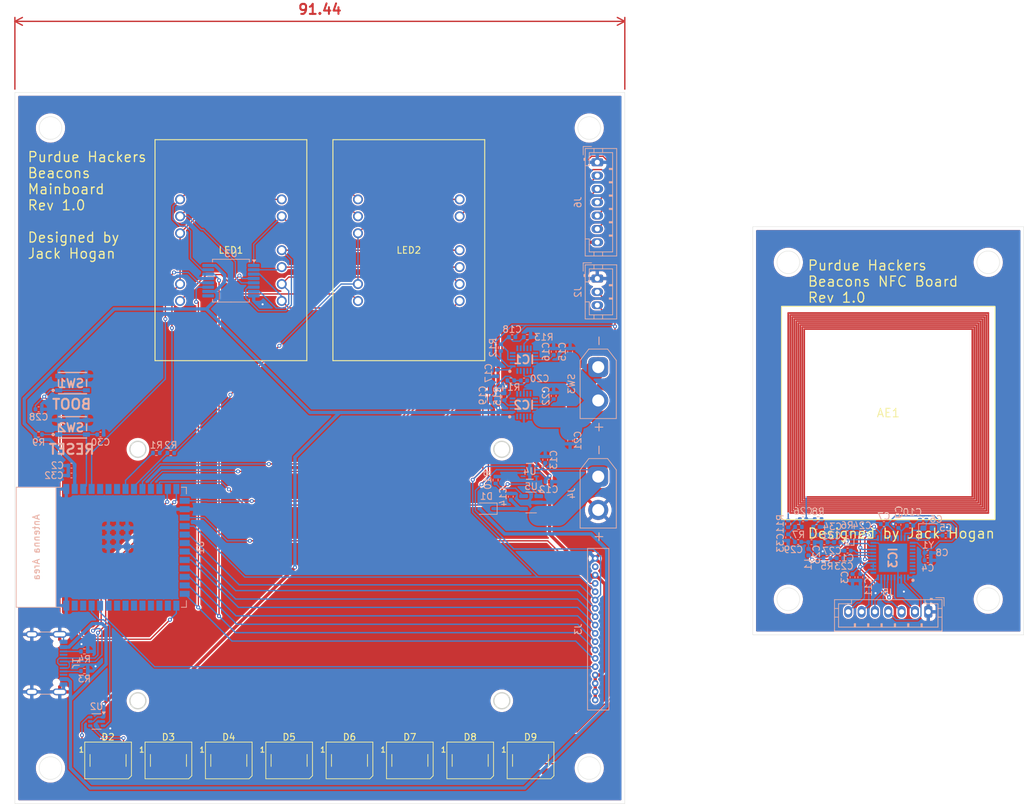
<source format=kicad_pcb>
(kicad_pcb (version 20241229) (generator "pcbnew") (generator_version "9.0")
  (layers (0 "F.Cu" signal) (2 "B.Cu" signal) (13 "F.Paste" user) (15 "B.Paste" user) (5 "F.SilkS" user "F.Silkscreen") (7 "B.SilkS" user "B.Silkscreen") (1 "F.Mask" user) (3 "B.Mask" user) (25 "Edge.Cuts" user))
  (net 0 "")
  (net 1 "GND")
  (net 2 "Net-(D2-DOUT)")
  (net 3 "Net-(D3-DOUT)")
  (net 4 "Net-(D4-DOUT)")
  (net 5 "Net-(D5-DOUT)")
  (net 6 "Net-(D6-DOUT)")
  (net 7 "Net-(D7-DOUT)")
  (net 8 "/S2")
  (net 9 "/S3")
  (net 10 "/S7")
  (net 11 "/S0")
  (net 12 "/S1")
  (net 13 "/S6")
  (net 14 "/S5")
  (net 15 "/S4")
  (net 21 "+3V3")
  (net 23 "/NFC/NFC_EN")
  (net 24 "/NFC_EN")
  (net 32 "Net-(U5-PROG)")
  (net 33 "Net-(J1-CC2)")
  (net 34 "Net-(J1-CC1)")
  (net 37 "Net-(D1-A)")
  (net 39 "Net-(IC1-NR{slash}SS)")
  (net 40 "Net-(IC2-NR{slash}SS)")
  (net 45 "Net-(IC1-FB)")
  (net 67 "Net-(IC2-FB)")
  (net 84 "Net-(IC3-VDD(VMID))")
  (net 85 "Net-(IC3-XTAL2)")
  (net 86 "Net-(IC3-NFC_CLK_XTAL1)")
  (net 87 "Net-(AE1-Pad2)")
  (net 88 "Net-(AE1-Pad1)")
  (net 89 "Net-(C23-Pad2)")
  (net 90 "Net-(C24-Pad2)")
  (net 91 "Net-(C25-Pad1)")
  (net 92 "Net-(C26-Pad1)")
  (net 93 "Net-(C27-Pad2)")
  (net 94 "Net-(C29-Pad2)")
  (net 95 "Net-(C31-Pad2)")
  (net 96 "/CELL_POS")
  (net 97 "/REG_POS")
  (net 98 "/NFC/NFC_RXP")
  (net 99 "/NFC/NFC_RXN")
  (net 100 "/LED_SPI_5V")
  (net 101 "/LED_PEAK")
  (net 102 "/NFC_FWUD")
  (net 103 "/I2C_SCL")
  (net 104 "/I2C_SDA")
  (net 105 "/NFC_IRQ")
  (net 106 "/NFC/NFC_TX1")
  (net 107 "/NFC/NFC_TX2")
  (net 108 "/USB_POS")
  (net 109 "/USB_NEG")
  (net 110 "/SS0")
  (net 111 "/SS1")
  (net 112 "/ESP_BOOT")
  (net 113 "/LED_SPI")
  (net 114 "/SPI_DATA0")
  (net 115 "/SPI_CLK")
  (net 116 "/SR_CS")
  (net 117 "/CHARGE_STAT")
  (net 118 "/NFC/NFC_GND")
  (net 119 "/NFC/NFC_3V3")
  (net 120 "/NFC/NFC_FWUD")
  (net 121 "/NFC/I2C_SCL")
  (net 122 "/NFC/I2C_SDA")
  (net 123 "/NFC/NFC_IRQ")
  (net 124 "Net-(D8-DOUT)")
  (net 125 "Net-(LED1-Pad14)")
  (net 126 "Net-(LED2-Pad14)")
  (net 127 "+5V")
  (net 128 "/USB_VBUS")
  (net 131 "Net-(IC3-VBAT)")
  (net 132 "/ESP_EN")
  (net 133 "/DISP_RESET")
  (net 134 "/SPI_DATA1")
  (net 135 "/DISP_CS")
  (net 136 "/TOUCH_IRQ")
  (net 137 "/SPI_DATA3")
  (net 138 "/TOUCH_RESET")
  (net 139 "/SPI_DATA2")
  (footprint "LED_SMD:LED_WS2812B_PLCC4_5.0x5.0mm_P3.2mm" (layer "F.Cu") (at 114.774 135.762)
    (property "Reference" "D5")
    (property "Value" "WS2812B")
  )
  (footprint "footprints:SC10-11EWA_KNB" (layer "F.Cu") (at 125.095 51.5963)
    (property "Reference" "LED2")
    (property "Value" "SC10-11EWA")
  )
  (footprint "footprints:SC10-11EWA_KNB" (layer "F.Cu") (at 98.425 51.5963)
    (property "Reference" "LED1")
    (property "Value" "SC10-11EWA")
  )
  (footprint "LED_SMD:LED_WS2812B_PLCC4_5.0x5.0mm_P3.2mm" (layer "F.Cu") (at 141.918 135.762)
    (property "Reference" "D8")
    (property "Value" "WS2812B")
  )
  (footprint "LED_SMD:LED_WS2812B_PLCC4_5.0x5.0mm_P3.2mm" (layer "F.Cu") (at 132.87 135.762)
    (property "Reference" "D7")
    (property "Value" "WS2812B")
  )
  (footprint "LED_SMD:LED_WS2812B_PLCC4_5.0x5.0mm_P3.2mm" (layer "F.Cu") (at 105.726 135.764)
    (property "Reference" "D4")
    (property "Value" "WS2812B")
  )
  (footprint "LED_SMD:LED_WS2812B_PLCC4_5.0x5.0mm_P3.2mm" (layer "F.Cu") (at 96.678 135.764)
    (property "Reference" "D3")
    (property "Value" "WS2812B")
  )
  (footprint "LED_SMD:LED_WS2812B_PLCC4_5.0x5.0mm_P3.2mm" (layer "F.Cu") (at 150.966 135.762)
    (property "Reference" "D9")
    (property "Value" "WS2812B")
  )
  (footprint "LED_SMD:LED_WS2812B_PLCC4_5.0x5.0mm_P3.2mm" (layer "F.Cu") (at 123.822 135.762)
    (property "Reference" "D6")
    (property "Value" "WS2812B")
  )
  (footprint "footprints:NFC" (layer "F.Cu") (at 204.598197 83.6422)
    (property "Reference" "AE1")
    (property "Value" "Antenna_Loop")
  )
  (footprint "LED_SMD:LED_WS2812B_PLCC4_5.0x5.0mm_P3.2mm" (layer "F.Cu") (at 87.63 135.764)
    (property "Reference" "D2")
    (property "Value" "WS2812B")
  )
  (footprint "Resistor_SMD:R_0402_1005Metric" (layer "B.Cu") (at 97.03 89.6366 180)
    (property "Reference" "R2")
    (property "Value" "330")
  )
  (footprint "Resistor_SMD:R_0402_1005Metric" (layer "B.Cu") (at 148.0084 78.7654)
    (property "Reference" "R14")
    (property "Value" "11.8k")
  )
  (footprint "footprints:SMT_4.2X3.2_" (layer "B.Cu") (at 82.304627 85.793)
    (property "Reference" "SW2")
    (property "Value" "SW_Push" (hide yes))
  )
  (footprint "Resistor_SMD:R_0402_1005Metric" (layer "B.Cu") (at 150.4696 72.263)
    (property "Reference" "R13")
    (property "Value" "2.37k")
  )
  (footprint "Capacitor_SMD:C_0402_1005Metric" (layer "B.Cu") (at 193.7258 101.9048 180)
    (property "Reference" "C31")
    (property "Value" "C_1")
  )
  (footprint "Capacitor_SMD:C_0402_1005Metric" (layer "B.Cu") (at 77.216 83.0834)
    (property "Reference" "C28")
    (property "Value" ".1uF")
  )
  (footprint "Capacitor_SMD:C_0402_1005Metric" (layer "B.Cu") (at 154.432 81.0768 -90)
    (property "Reference" "C22")
    (property "Value" "10nF")
  )
  (footprint "Resistor_SMD:R_0402_1005Metric" (layer "B.Cu") (at 77.216 86.868)
    (property "Reference" "R9")
    (property "Value" "10k")
  )
  (footprint "Capacitor_SMD:C_0402_1005Metric" (layer "B.Cu") (at 154.432 74.4474 -90)
    (property "Reference" "C16")
    (property "Value" "10nF")
  )
  (footprint "footprints:QFN50P350X350X80-21N-D" (layer "B.Cu") (at 149.9888 75.638133)
    (property "Reference" "IC1")
    (property "Value" "AP7179DSKZ20-13" (hide yes))
  )
  (footprint "Connector_AMASS:AMASS_XT30UPB-M_1x02_P5.0mm_Vertical" (layer "B.Cu") (at 161.1122 76.7626 -90)
    (property "Reference" "SW3")
    (property "Value" "SW_SPST")
  )
  (footprint "Capacitor_SMD:C_0402_1005Metric" (layer "B.Cu") (at 148.209 72.263 180)
    (property "Reference" "C18")
    (property "Value" "10nF")
  )
  (footprint "footprints:21-0168E_T822-3_MXM" (layer "B.Cu") (at 150.8546 92.393201 180)
    (property "Reference" "U4")
    (property "Value" "MAX17048G+T10")
  )
  (footprint "Resistor_SMD:R_0402_1005Metric" (layer "B.Cu") (at 145.7198 93.7006 -90)
    (property "Reference" "R10")
    (property "Value" "2k")
  )
  (footprint "Package_SO:SSOP-16_5.3x6.2mm_P0.65mm" (layer "B.Cu") (at 106.0495 63.7883 180)
    (property "Reference" "U3")
    (property "Value" "74HC595")
  )
  (footprint "Diode_SMD:D_SOD-323" (layer "B.Cu") (at 144.3482 97.9932 180)
    (property "Reference" "D1")
    (property "Value" "D")
  )
  (footprint "Capacitor_SMD:C_0402_1005Metric" (layer "B.Cu") (at 197.358 105.4354 180)
    (property "Reference" "C23")
    (property "Value" "C_RX")
  )
  (footprint "Capacitor_SMD:C_0402_1005Metric" (layer "B.Cu") (at 189.5856 102.3112 -90)
    (property "Reference" "C33")
    (property "Value" "C_2")
  )
  (footprint "Resistor_SMD:R_0402_1005Metric" (layer "B.Cu") (at 194.0814 99.5934 180)
    (property "Reference" "R8")
    (property "Value" "R_Q")
  )
  (footprint "Resistor_SMD:R_0402_1005Metric" (layer "B.Cu") (at 195.4022 105.4354 180)
    (property "Reference" "R5")
    (property "Value" "R_RX")
  )
  (footprint "footprints:QFN50P600X600X100-41N-D" (layer "B.Cu") (at 205.2976 105.3628 90)
    (property "Reference" "IC3")
    (property "Value" "PN7160A1HN_C100E" (hide yes))
  )
  (footprint "Capacitor_SMD:C_0402_1005Metric" (layer "B.Cu") (at 206.121 100.4062 90)
    (property "Reference" "C9")
    (property "Value" "4.7uF")
  )
  (footprint "Capacitor_SMD:C_0402_1005Metric" (layer "B.Cu") (at 86.487 86.868)
    (property "Reference" "C30")
    (property "Value" ".1uF")
  )
  (footprint "Capacitor_SMD:C_0402_1005Metric" (layer "B.Cu") (at 148.0058 96.1898 -90)
    (property "Reference" "C14")
    (property "Value" "100nF")
  )
  (footprint "Resistor_SMD:R_0402_1005Metric" (layer "B.Cu") (at 147.0406 81.2038 90)
    (property "Reference" "R15")
    (property "Value" "3.74k")
  )
  (footprint "Capacitor_SMD:C_0402_1005Metric" (layer "B.Cu") (at 149.987 78.7654)
    (property "Reference" "C20")
    (property "Value" "10nF")
  )
  (footprint "Resistor_SMD:R_0402_1005Metric" (layer "B.Cu") (at 84.074 119.4054)
    (property "Reference" "R4")
    (property "Value" "5.1K")
  )
  (footprint "Capacitor_SMD:C_0402_1005Metric" (layer "B.Cu") (at 210.5178 105.7402)
    (property "Reference" "C4")
    (property "Value" "2.2uF")
  )
  (footprint "Capacitor_SMD:C_0402_1005Metric" (layer "B.Cu") (at 199.2376 108.2802 -90)
    (property "Reference" "C3")
    (property "Value" "2.2uF")
  )
  (footprint "Capacitor_SMD:C_0402_1005Metric" (layer "B.Cu") (at 153.6928 93.9546)
    (property "Reference" "C12")
    (property "Value" ".1uF")
  )
  (footprint "Package_TO_SOT_SMD:SOT-363_SC-70-6" (layer "B.Cu") (at 85.9028 129.921 180)
    (property "Reference" "U2")
    (property "Value" "SN74LVC1T45DCK")
  )
  (footprint "Capacitor_SMD:C_0402_1005Metric" (layer "B.Cu") (at 145.9484 77.6478 90)
    (property "Reference" "C17")
    (property "Value" "47uF")
  )
  (footprint "Resistor_SMD:R_0402_1005Metric" (layer "B.Cu") (at 84.072 122.3518)
    (property "Reference" "R3")
    (property "Value" "5.1K")
  )
  (footprint "footprints:QFN50P350X350X80-21N-D" (layer "B.Cu") (at 149.9634 82.464133)
    (property "Reference" "IC2")
    (property "Value" "AP7179DSKZ20-13" (hide yes))
  )
  (footprint "Crystal:Crystal_SMD_2016-4Pin_2.0x1.6mm" (layer "B.Cu") (at 210.5548 101.4642)
    (property "Reference" "Y1")
    (property "Value" "27.12MHz Crystal")
  )
  (footprint "Capacitor_SMD:C_0402_1005Metric" (layer "B.Cu") (at 198.501 104.2924 180)
    (property "Reference" "C1")
    (property "Value" "100nF")
  )
  (footprint "Inductor_SMD:L_0402_1005Metric" (layer "B.Cu") (at 192.6336 104.521 90)
    (property "Reference" "L1")
    (property "Value" "L_0")
  )
  (footprint "Capacitor_SMD:C_0402_1005Metric" (layer "B.Cu") (at 153.162 90.6526 -90)
    (property "Reference" "C13")
    (property "Value" "4.7uF")
  )
  (footprint "Resistor_SMD:R_0402_1005Metric" (layer "B.Cu") (at 198.4268 101.7016 180)
    (property "Reference" "R6")
    (property "Value" "R_RX")
  )
  (footprint "Package_TO_SOT_SMD:SOT-23-5" (layer "B.Cu") (at 151.0538 97.0647 180)
    (property "Reference" "U5")
    (property "Value" "MCP73831-2-OT")
  )
  (footprint "Capacitor_SMD:C_0402_1005Metric" (layer "B.Cu") (at 191.0842 102.997 180)
    (property "Reference" "C29")
    (property "Value" "C_1")
  )
  (footprint "Capacitor_SMD:C_0402_1005Metric" (layer "B.Cu") (at 203.9366 100.3046 180)
    (property "Reference" "C7")
    (property "Value" "2.2uF")
  )
  (footprint "Connector_AMASS:AMASS_XT30UPB-M_1x02_P5.0mm_Vertical" (layer "B.Cu") (at 161.1122 93.188133 -90)
    (property "Reference" "J4")
    (property "Value" "Conn_01x02")
  )
  (footprint "Capacitor_SMD:C_0402_1005Metric" (layer "B.Cu") (at 156.8958 74.4474 -90)
    (property "Reference" "C15")
    (property "Value" "47uF")
  )
  (footprint "Capacitor_SMD:C_0402_1005Metric" (layer "B.Cu") (at 82.1436 93.0148)
    (property "Reference" "C32")
    (property "Value" "22uF")
  )
  (footprint "Connector_JST:JST_PH_B3B-PH-K_1x03_P2.00mm_Vertical" (layer "B.Cu") (at 160.973 63.476133 -90)
    (property "Reference" "J2")
    (property "Value" "Conn_01x03")
  )
  (footprint "Resistor_SMD:R_0402_1005Metric" (layer "B.Cu") (at 146.5072 73.8378 -90)
    (property "Reference" "R12")
    (property "Value" "12.4k")
  )
  (footprint "Capacitor_SMD:C_0402_1005Metric" (layer "B.Cu") (at 209.832 99.6696)
    (property "Reference" "C6")
    (property "Value" "22pF")
  )
  (footprint "Resistor_SMD:R_0402_1005Metric" (layer "B.Cu") (at 191.135 100.7364)
    (property "Reference" "R7")
    (property "Value" "R_Q")
  )
  (footprint "Capacitor_SMD:C_0402_1005Metric" (layer "B.Cu") (at 82.1436 91.5416)
    (property "Reference" "C2")
    (property "Value" "100nF")
  )
  (footprint "Resistor_SMD:R_0402_1005Metric" (layer "B.Cu") (at 94.869 89.6366 180)
    (property "Reference" "R1")
    (property "Value" "330")
  )
  (footprint "Capacitor_SMD:C_0402_1005Metric" (layer "B.Cu") (at 200.3552 101.7016 180)
    (property "Reference" "C24")
    (property "Value" "C_RX")
  )
  (footprint "Capacitor_SMD:C_0402_1005Metric" (layer "B.Cu") (at 207.8736 100.5332)
    (property "Reference" "C10")
    (property "Value" "100nF")
  )
  (footprint "Capacitor_SMD:C_0402_1005Metric" (layer "B.Cu") (at 193.8274 100.7364 180)
    (property "Reference" "C34")
    (property "Value" "C_2")
  )
  (footprint "footprints:DisplayConnector" (layer "B.Cu") (at 160.6622 105.453 -90)
    (property "Reference" "J3")
    (property "Value" "Conn_01x18")
  )
  (footprint "Connector_JST:JST_PH_B7B-PH-K_1x07_P2.00mm_Vertical" (layer "B.Cu") (at 210.597 113.4618 180)
    (property "Reference" "J5")
    (property "Value" "Conn_01x07")
  )
  (footprint "footprints:SMT_4.2X3.2_" (layer "B.Cu") (at 82.304627 79.1636)
    (property "Reference" "SW1")
    (property "Value" "SW_Push" (hide yes))
  )
  (footprint "Capacitor_SMD:C_0402_1005Metric" (layer "B.Cu") (at 193.0908 103.0224)
    (property "Reference" "C25")
    (property "Value" "C_0")
  )
  (footprint "Capacitor_SMD:C_0402_1005Metric" (layer "B.Cu") (at 210.4924 104.6226)
    (property "Reference" "C8")
    (property "Value" "2.2uF")
  )
  (footprint "Connector_JST:JST_PH_B7B-PH-K_1x07_P2.00mm_Vertical" (layer "B.Cu") (at 160.973 46.0324 -90)
    (property "Reference" "J6")
    (property "Value" "Conn_01x07")
  )
  (footprint "Resistor_SMD:R_0402_1005Metric" (layer "B.Cu") (at 189.597 100.2812 90)
    (property "Reference" "R11")
    (property "Value" "R_ANT")
  )
  (footprint "Capacitor_SMD:C_0402_1005Metric" (layer "B.Cu") (at 156.8958 87.785 90)
    (property "Reference" "C21")
    (property "Value" "47uF")
  )
  (footprint "Capacitor_SMD:C_0402_1005Metric" (layer "B.Cu") (at 144.9578 81.0006 -90)
    (property "Reference" "C19")
    (property "Value" "47uF")
  )
  (footprint "Capacitor_SMD:C_0402_1005Metric" (layer "B.Cu") (at 213.2102 102.0318 180)
    (property "Reference" "C5")
    (property "Value" "22pF")
  )
  (footprint "PCM_Espressif:ESP32-S3-WROOM-1" (layer "B.Cu") (at 89.6148 103.7888 -90)
    (property "Reference" "U1")
    (property "Value" "ESP32-S3-WROOM-1")
  )
  (footprint "Capacitor_SMD:C_0402_1005Metric" (layer "B.Cu") (at 195.0212 103.0224)
    (property "Reference" "C27")
    (property "Value" "C_0")
  )
  (footprint "Capacitor_SMD:C_0402_1005Metric" (layer "B.Cu") (at 191.8182 99.5934)
    (property "Reference" "C26")
    (property "Value" "C_ANT")
  )
  (footprint "Inductor_SMD:L_0402_1005Metric" (layer "B.Cu") (at 196.954 103.0224 180)
    (property "Reference" "L2")
    (property "Value" "L_0")
  )
  (footprint "Connector_USB:USB_C_Receptacle_GCT_USB4105-xx-A_16P_TopMnt_Horizontal" (layer "B.Cu") (at 77.275 121.16 90)
    (property "Reference" "J1")
    (property "Value" "USB_C_Receptacle_USB2.0_16P")
  )
  (footprint "Capacitor_SMD:C_0402_1005Metric" (layer "B.Cu") (at 200.406 108.2802 -90)
    (property "Reference" "C11")
    (property "Value" "4.7uF")
  )
  (gr_circle (center 189.611 61.0362) (end 191.311 61.0362) (stroke (width 0.05)) (fill no) (layer "Edge.Cuts"))
  (gr_rect (start 184.277 55.7022) (end 224.917 116.9162) (stroke (width 0.05)) (fill no) (layer "Edge.Cuts"))
  (gr_circle (center 92.1 89.09) (end 93.3 89.09) (stroke (width 0.2)) (fill no) (layer "Edge.Cuts"))
  (gr_circle (center 146.66 126.81) (end 147.86 126.81) (stroke (width 0.2)) (fill no) (layer "Edge.Cuts"))
  (gr_circle (center 159.766 136.906) (end 161.466 136.906) (stroke (width 0.05)) (fill no) (layer "Edge.Cuts"))
  (gr_rect (start 73.66 35.56) (end 165.1 142.24) (stroke (width 0.05)) (fill no) (layer "Edge.Cuts"))
  (gr_circle (center 159.766 40.894) (end 161.466 40.894) (stroke (width 0.05)) (fill no) (layer "Edge.Cuts"))
  (gr_circle (center 78.994 40.894) (end 80.694 40.894) (stroke (width 0.05)) (fill no) (layer "Edge.Cuts"))
  (gr_circle (center 92.1 126.81) (end 93.3 126.81) (stroke (width 0.2)) (fill no) (layer "Edge.Cuts"))
  (gr_circle (center 219.583 61.0362) (end 221.283 61.0362) (stroke (width 0.05)) (fill no) (layer "Edge.Cuts"))
  (gr_circle (center 146.66 89.09) (end 147.86 89.09) (stroke (width 0.2)) (fill no) (layer "Edge.Cuts"))
  (gr_circle (center 78.994 136.906) (end 80.694 136.906) (stroke (width 0.05)) (fill no) (layer "Edge.Cuts"))
  (gr_circle (center 219.583 111.5822) (end 221.283 111.5822) (stroke (width 0.05)) (fill no) (layer "Edge.Cuts"))
  (gr_circle (center 189.611 111.5822) (end 191.311 111.5822) (stroke (width 0.05)) (fill no) (layer "Edge.Cuts"))
  (gr_text "Designed by Jack Hogan" (at 192.4304 102.5906 0) (layer "F.SilkS") (effects (font (size 1.5 1.5) (thickness 0.1875)) (justify left bottom)))
  (gr_text "Purdue Hackers\nBeacons\nMainboard\nRev 1.0\n\nDesigned by\nJack Hogan" (at 75.4634 60.6044 0) (layer "F.SilkS") (effects (font (size 1.5 1.5) (thickness 0.1875)) (justify left bottom)))
  (gr_text "Purdue Hackers\nBeacons NFC Board\nRev 1.0" (at 192.4304 67.2084 0) (layer "F.SilkS") (effects (font (size 1.5 1.5) (thickness 0.1875)) (justify left bottom)))
  (gr_text "RESET" (at 85.767799 89.9758 0) (layer "B.SilkS") (effects (font (size 1.5 1.5) (thickness 0.3) (bold yes)) (justify left bottom mirror)))
  (gr_text "BOOT\n" (at 85.2678 83.2194 0) (layer "B.SilkS") (effects (font (size 1.5 1.5) (thickness 0.3) (bold yes)) (justify left bottom mirror)))
  (dimension (type orthogonal) (layer "F.Cu") (pts (xy 165.1 35.56) (xy 73.66 35.56)) (height -10.668) (orientation 0) (format (prefix "") (suffix "") (units 3) (units_format 0) (precision 4) (suppress_zeroes yes)) (style (thickness 0.2) (arrow_length 1.27) (text_position_mode 0) (arrow_direction outward) (extension_height 0.58642) (extension_offset 0.5) (keep_text_aligned yes)) (gr_text "91.44" (at 119.38 23.092 0) (layer "F.Cu") (effects (font (size 1.5 1.5) (thickness 0.3)))))
  (via (at 87.9602 130.9624) (size 0.6) (drill 0.3) (layers "F.Cu" "B.Cu") (net 1))
  (via (at 85.7504 121.6406) (size 0.6) (drill 0.3) (layers "F.Cu" "B.Cu") (net 1))
  (via (at 147.2946 79.629) (size 0.6) (drill 0.3) (layers "F.Cu" "B.Cu") (net 1))
  (via (at 83.6422 118.3132) (size 0.6) (drill 0.3) (layers "F.Cu" "B.Cu") (net 1))
  (via (at 153.0096 80.4418) (size 0.6) (drill 0.3) (layers "F.Cu" "B.Cu") (net 1))
  (via (at 110.7948 67.3354) (size 0.6) (drill 0.3) (layers "F.Cu" "B.Cu") (net 1))
  (segment (start 149.9634 80.087133) (end 150.0124 80.038133) (width 0.2) (layer "B.Cu") (net 1))
  (segment (start 149.9888 73.2538) (end 150.9796 72.263) (width 0.2) (layer "B.Cu") (net 1))
  (segment (start 149.9634 80.764133) (end 149.9634 80.087133) (width 0.2) (layer "B.Cu") (net 1))
  (segment (start 150.79355 78.1544) (end 153.0096 80.37045) (width 0.2) (layer "B.Cu") (net 1))
  (segment (start 80.955 117.96) (end 80.955 117.415) (width 0.2) (layer "B.Cu") (net 1))
  (segment (start 153.0096 80.37045) (end 153.0096 80.4418) (width 0.2) (layer "B.Cu") (net 1))
  (segment (start 147.0406 79.883) (end 147.2946 79.629) (width 0.2) (layer "B.Cu") (net 1))
  (segment (start 147.0406 80.6938) (end 147.0406 79.883) (width 0.2) (layer "B.Cu") (net 1))
  (segment (start 150.0124 80.038133) (end 152.605933 80.038133) (width 0.2) (layer "B.Cu") (net 1))
  (segment (start 149.9888 73.938133) (end 149.9888 73.2538) (width 0.2) (layer "B.Cu") (net 1))
  (segment (start 152.605933 80.038133) (end 153.0096 80.4418) (width 0.2) (layer "B.Cu") (net 1))
  (segment (start 150.128067 78.1544) (end 150.79355 78.1544) (width 0.2) (layer "B.Cu") (net 1))
  (segment (start 80.955 117.415) (end 80.38 116.84) (width 0.2) (layer "B.Cu") (net 1))
  (segment (start 149.9888 78.015133) (end 150.128067 78.1544) (width 0.2) (layer "B.Cu") (net 1))
  (segment (start 149.9888 77.338133) (end 149.9888 78.015133) (width 0.2) (layer "B.Cu") (net 1))
  (segment (start 98.473 134.865) (end 87.729 134.865) (width 0.2) (layer "F.Cu") (net 2))
  (segment (start 99.224 134.114) (end 98.473 134.865) (width 0.2) (layer "F.Cu") (net 2))
  (segment (start 87.729 134.865) (end 85.18 137.414) (width 0.2) (layer "F.Cu") (net 2))
  (segment (start 107.126 135.266) (end 96.472 135.266) (width 0.2) (layer "F.Cu") (net 3))
  (segment (start 108.278 134.114) (end 107.126 135.266) (width 0.2) (layer "F.Cu") (net 3))
  (segment (start 96.472 135.266) (end 94.324 137.414) (width 0.2) (layer "F.Cu") (net 3))
  (segment (start 117.348 134.112) (end 115.57 135.89) (width 0.2) (layer "F.Cu") (net 4))
  (segment (start 115.57 135.89) (end 104.902 135.89) (width 0.2) (layer "F.Cu") (net 4))
  (segment (start 104.902 135.89) (end 103.378 137.414) (width 0.2) (layer "F.Cu") (net 4))
  (segment (start 113.569 136.291) (end 112.448 137.412) (width 0.2) (layer "F.Cu") (net 5))
  (segment (start 124.133 136.291) (end 113.569 136.291) (width 0.2) (layer "F.Cu") (net 5))
  (segment (start 126.312 134.112) (end 124.133 136.291) (width 0.2) (layer "F.Cu") (net 5))
  (segment (start 125.8631 135.128) (end 123.5791 137.412) (width 0.2) (layer "F.Cu") (net 6))
  (segment (start 123.5791 137.412) (end 121.412 137.412) (width 0.2) (layer "F.Cu") (net 6))
  (segment (start 134.366 135.128) (end 125.8631 135.128) (width 0.2) (layer "F.Cu") (net 6))
  (segment (start 135.382 134.112) (end 134.366 135.128) (width 0.2) (layer "F.Cu") (net 6))
  (segment (start 142.929 135.529) (end 132.365 135.529) (width 0.2) (layer "F.Cu") (net 7))
  (segment (start 132.365 135.529) (end 130.482 137.412) (width 0.2) (layer "F.Cu") (net 7))
  (segment (start 144.346 134.112) (end 142.929 135.529) (width 0.2) (layer "F.Cu") (net 7))
  (segment (start 140.335 61.7563) (end 113.665 61.7563) (width 0.2) (layer "F.Cu") (net 8))
  (segment (start 113.665 61.7563) (end 113.258 62.1633) (width 0.2) (layer "B.Cu") (net 8))
  (segment (start 113.258 62.1633) (end 109.462 62.1633) (width 0.2) (layer "B.Cu") (net 8))
  (segment (start 139.2847 67.8866) (end 114.7153 67.8866) (width 0.2) (layer "F.Cu") (net 9))
  (segment (start 114.7153 67.8866) (end 113.665 66.8363) (width 0.2) (layer "F.Cu") (net 9))
  (segment (start 140.335 66.8363) (end 139.2847 67.8866) (width 0.2) (layer "F.Cu") (net 9))
  (segment (start 113.665 66.128801) (end 110.349499 62.8133) (width 0.2) (layer "B.Cu") (net 9))
  (segment (start 110.349499 62.8133) (end 109.462 62.8133) (width 0.2) (layer "B.Cu") (net 9))
  (segment (start 113.665 66.8363) (end 113.665 66.128801) (width 0.2) (layer "B.Cu") (net 9))
  (segment (start 140.335 64.2963) (end 139.2847 63.246) (width 0.2) (layer "F.Cu") (net 10))
  (segment (start 139.2847 63.246) (end 114.7153 63.246) (width 0.2) (layer "F.Cu") (net 10))
  (segment (start 114.7153 63.246) (end 113.665 64.2963) (width 0.2) (layer "F.Cu") (net 10))
  (segment (start 114.7153 67.271349) (end 114.100049 67.8866) (width 0.2) (layer "B.Cu") (net 10))
  (segment (start 114.7153 65.3466) (end 114.7153 67.271349) (width 0.2) (layer "B.Cu") (net 10))
  (segment (start 114.100049 67.8866) (end 112.822799 67.8866) (width 0.2) (layer "B.Cu") (net 10))
  (segment (start 110.349499 65.4133) (end 109.462 65.4133) (width 0.2) (layer "B.Cu") (net 10))
  (segment (start 112.822799 67.8866) (end 110.349499 65.4133) (width 0.2) (layer "B.Cu") (net 10))
  (segment (start 113.665 64.2963) (end 114.7153 65.3466) (width 0.2) (layer "B.Cu") (net 10))
  (segment (start 100.711 49.3103) (end 122.809 49.3103) (width 0.2) (layer "F.Cu") (net 11))
  (segment (start 122.809 49.3103) (end 125.095 51.5963) (width 0.2) (layer "F.Cu") (net 11))
  (segment (start 98.425 51.5963) (end 100.711 49.3103) (width 0.2) (layer "F.Cu") (net 11))
  (segment (start 99.9998 56.3626) (end 99.9998 60.413599) (width 0.2) (layer "B.Cu") (net 11))
  (segment (start 99.2632 55.626) (end 99.9998 56.3626) (width 0.2) (layer "B.Cu") (net 11))
  (segment (start 99.9998 60.413599) (end 101.749501 62.1633) (width 0.2) (layer "B.Cu") (net 11))
  (segment (start 97.3747 52.6466) (end 97.3747 54.571349) (width 0.2) (layer "B.Cu") (net 11))
  (segment (start 98.429351 55.626) (end 99.2632 55.626) (width 0.2) (layer "B.Cu") (net 11))
  (segment (start 97.3747 54.571349) (end 98.429351 55.626) (width 0.2) (layer "B.Cu") (net 11))
  (segment (start 101.749501 62.1633) (end 102.637 62.1633) (width 0.2) (layer "B.Cu") (net 11))
  (segment (start 98.425 51.5963) (end 97.3747 52.6466) (width 0.2) (layer "B.Cu") (net 11))
  (segment (start 125.5732 55.1866) (end 114.7153 55.1866) (width 0.2) (layer "F.Cu") (net 12))
  (segment (start 130.2138 50.546) (end 125.5732 55.1866) (width 0.2) (layer "F.Cu") (net 12))
  (segment (start 141.3853 51.161251) (end 140.770049 50.546) (width 0.2) (layer "F.Cu") (net 12))
  (segment (start 140.335 54.1363) (end 141.3853 53.086) (width 0.2) (layer "F.Cu") (net 12))
  (segment (start 114.7153 55.1866) (end 113.665 54.1363) (width 0.2) (layer "F.Cu") (net 12))
  (segment (start 141.3853 53.086) (end 141.3853 51.161251) (width 0.2) (layer "F.Cu") (net 12))
  (segment (start 140.770049 50.546) (end 130.2138 50.546) (width 0.2) (layer "F.Cu") (net 12))
  (segment (start 113.665 54.1363) (end 109.462 58.3393) (width 0.2) (layer "B.Cu") (net 12))
  (segment (start 109.462 58.3393) (end 109.462 61.5133) (width 0.2) (layer "B.Cu") (net 12))
  (segment (start 140.335 59.2163) (end 113.665 59.2163) (width 0.2) (layer "F.Cu") (net 13))
  (segment (start 115.1163 60.6676) (end 115.1163 67.437449) (width 0.2) (layer "B.Cu") (net 13))
  (segment (start 110.192882 68.2876) (end 108.2735 66.368218) (width 0.2) (layer "B.Cu") (net 13))
  (segment (start 108.2735 66.368218) (end 108.2735 65.108382) (width 0.2) (layer "B.Cu") (net 13))
  (segment (start 115.1163 67.437449) (end 114.266149 68.2876) (width 0.2) (layer "B.Cu") (net 13))
  (segment (start 114.266149 68.2876) (end 110.192882 68.2876) (width 0.2) (layer "B.Cu") (net 13))
  (segment (start 108.618582 64.7633) (end 109.462 64.7633) (width 0.2) (layer "B.Cu") (net 13))
  (segment (start 113.665 59.2163) (end 115.1163 60.6676) (width 0.2) (layer "B.Cu") (net 13))
  (segment (start 108.2735 65.108382) (end 108.618582 64.7633) (width 0.2) (layer "B.Cu") (net 13))
  (segment (start 102.0153 50.546) (end 121.5047 50.546) (width 0.2) (layer "F.Cu") (net 14))
  (segment (start 121.5047 50.546) (end 125.095 54.1363) (width 0.2) (layer "F.Cu") (net 14))
  (segment (start 98.425 54.1363) (end 102.0153 50.546) (width 0.2) (layer "F.Cu") (net 14))
  (segment (start 107.070557 63.6273) (end 107.1375 63.6273) (width 0.2) (layer "B.Cu") (net 14))
  (segment (start 106.7185 63.275243) (end 107.070557 63.6273) (width 0.2) (layer "B.Cu") (net 14))
  (segment (start 106.7185 60.9477) (end 106.7185 63.275243) (width 0.2) (layer "B.Cu") (net 14))
  (segment (start 101.605651 56.139651) (end 101.910451 56.139651) (width 0.2) (layer "B.Cu") (net 14))
  (segment (start 99.6023 54.1363) (end 101.605651 56.139651) (width 0.2) (layer "B.Cu") (net 14))
  (segment (start 107.6235 64.1133) (end 109.462 64.1133) (width 0.2) (layer "B.Cu") (net 14))
  (segment (start 98.425 54.1363) (end 99.6023 54.1363) (width 0.2) (layer "B.Cu") (net 14))
  (segment (start 107.1375 63.6273) (end 107.6235 64.1133) (width 0.2) (layer "B.Cu") (net 14))
  (segment (start 101.910451 56.139651) (end 106.7185 60.9477) (width 0.2) (layer "B.Cu") (net 14))
  (segment (start 125.095 66.8363) (end 124.0447 65.786) (width 0.2) (layer "F.Cu") (net 15))
  (segment (start 98.425 66.8363) (end 102.3963 62.865) (width 0.2) (layer "F.Cu") (net 15))
  (segment (start 124.0447 65.786) (end 107.7976 65.786) (width 0.2) (layer "F.Cu") (net 15))
  (segment (start 106.5029 63.8429) (end 105.5497 63.8429) (width 0.2) (layer "F.Cu") (net 15))
  (segment (start 107.3195 63.0263) (end 106.5029 63.8429) (width 0.2) (layer "F.Cu") (net 15))
  (segment (start 102.3963 62.865) (end 104.5718 62.865) (width 0.2) (layer "F.Cu") (net 15))
  (segment (start 107.4928 65.786) (end 107.7976 65.786) (width 0.2) (layer "F.Cu") (net 15))
  (segment (start 105.5497 63.8429) (end 107.4928 65.786) (width 0.2) (layer "F.Cu") (net 15))
  (segment (start 104.5718 62.865) (end 105.5497 63.8429) (width 0.2) (layer "F.Cu") (net 15))
  (via (at 107.3195 63.0263) (size 0.6) (drill 0.3) (layers "F.Cu" "B.Cu") (net 15))
  (segment (start 107.3195 63.0263) (end 107.7565 63.4633) (width 0.2) (layer "B.Cu") (net 15))
  (segment (start 107.7565 63.4633) (end 109.462 63.4633) (width 0.2) (layer "B.Cu") (net 15))
  (segment (start 115.6462 106.807) (end 97.5942 124.859) (width 0.5) (layer "F.Cu") (net 21))
  (segment (start 89.4154 124.859) (end 86.995 127.2794) (width 0.5) (layer "F.Cu") (net 21))
  (segment (start 146.113633 85.356833) (end 153.8224 93.0656) (width 0.5) (layer "F.Cu") (net 21))
  (segment (start 161.056118 108.252) (end 162.1028 109.298682) (width 0.5) (layer "F.Cu") (net 21))
  (segment (start 97.5942 124.859) (end 89.4154 124.859) (width 0.5) (layer "F.Cu") (net 21))
  (segment (start 146.113633 70.891767) (end 158.973 58.0324) (width 0.5) (layer "F.Cu") (net 21))
  (segment (start 162.1028 109.298682) (end 162.1028 122.219506) (width 0.5) (layer "F.Cu") (net 21))
  (segment (start 158.973 58.0324) (end 160.973 58.0324) (width 0.5) (layer "F.Cu") (net 21))
  (segment (start 153.8224 101.806118) (end 160.268282 108.252) (width 0.5) (layer "F.Cu") (net 21))
  (segment (start 160.268282 108.252) (end 161.056118 108.252) (width 0.5) (layer "F.Cu") (net 21))
  (segment (start 146.113633 82.892767) (end 146.113633 70.891767) (width 0.5) (layer "F.Cu") (net 21))
  (segment (start 161.369306 122.953) (end 160.6622 122.953) (width 0.5) (layer "F.Cu") (net 21))
  (segment (start 146.113633 82.892767) (end 146.113633 85.356833) (width 0.5) (layer "F.Cu") (net 21))
  (segment (start 160.6622 122.953) (end 160.6622 126.703) (width 0.5) (layer "F.Cu") (net 21))
  (segment (start 153.8224 93.0656) (end 153.8224 101.806118) (width 0.5) (layer "F.Cu") (net 21))
  (segment (start 162.1028 122.219506) (end 161.369306 122.953) (width 0.5) (layer "F.Cu") (net 21))
  (via (at 146.113633 82.892767) (size 0.6) (drill 0.3) (layers "F.Cu" "B.Cu") (net 21))
  (via (at 115.6462 106.807) (size 0.6) (drill 0.3) (layers "F.Cu" "B.Cu") (net 21))
  (via (at 153.8224 93.0656) (size 0.6) (drill 0.3) (layers "F.Cu" "B.Cu") (net 21))
  (via (at 86.995 127.2794) (size 0.6) (drill 0.3) (layers "F.Cu" "B.Cu") (net 21))
  (segment (start 88.529627 68.0366) (end 102.36925 68.0366) (width 0.5) (layer "B.Cu") (net 21))
  (segment (start 147.17906 78.1444) (end 147.8974 78.1444) (width 0.2) (layer "B.Cu") (net 21))
  (segment (start 103.696225 65.416975) (end 105.1052 64.008) (width 0.5) (layer "B.Cu") (net 21))
  (segment (start 105.1052 64.008) (end 105.1052 62.92595) (width 0.5) (layer "B.Cu") (net 21))
  (segment (start 86.995 127.2794) (end 86.995 129.1288) (width 0.5) (layer "B.Cu") (net 21))
  (segment (start 146.6342 83.565133) (end 146.6342 83.5406) (width 0.5) (layer "B.Cu") (net 21))
  (segment (start 117.897783 83.565133) (end 122.6312 83.565133) (width 0.5) (layer "B.Cu") (net 21))
  (segment (start 145.31435 81.1016) (end 145.5688 80.84715) (width 0.2) (layer "B.Cu") (net 21))
  (segment (start 153.2128 93.413502) (end 153.2128 93.9546) (width 0.2) (layer "B.Cu") (net 21))
  (segment (start 144.9578 81.8642) (end 144.9578 81.4806) (width 0.5) (layer "B.Cu") (net 21))
  (segment (start 147.8974 78.1444) (end 148.5184 78.7654) (width 0.2) (layer "B.Cu") (net 21))
  (segment (start 105.1052 62.92595) (end 103.69255 61.5133) (width 0.5) (layer "B.Cu") (net 21))
  (segment (start 122.6312 83.565133) (end 122.352667 83.565133) (width 0.5) (layer "B.Cu") (net 21))
  (segment (start 82.6248 91.5428) (end 82.6236 91.5416) (width 0.2) (layer "B.Cu") (net 21))
  (segment (start 102.36925 68.0366) (end 103.9755 66.43035) (width 0.5) (layer "B.Cu") (net 21))
  (segment (start 75.057 81.509227) (end 88.529627 68.0366) (width 0.5) (layer "B.Cu") (net 21))
  (segment (start 77.157001 87.639) (end 76.706 87.187999) (width 0.5) (layer "B.Cu") (net 21))
  (segment (start 146.6342 83.565133) (end 148.2634 83.565133) (width 0.5) (layer "B.Cu") (net 21))
  (segment (start 76.706 86.868) (end 75.057 85.219) (width 0.5) (layer "B.Cu") (net 21))
  (segment (start 122.352667 83.565133) (end 115.6462 90.2716) (width 0.5) (layer "B.Cu") (net 21))
  (segment (start 152.442499 92.643201) (end 153.2128 93.413502) (width 0.2) (layer "B.Cu") (net 21))
  (segment (start 75.057 85.219) (end 75.057 81.509227) (width 0.5) (layer "B.Cu") (net 21))
  (segment (start 144.9578 81.4806) (end 144.9578 81.1016) (width 0.2) (layer "B.Cu") (net 21))
  (segment (start 84.9528 129.921) (end 85.3994 129.921) (width 0.2) (layer "B.Cu") (net 21))
  (segment (start 151.8579 92.643201) (end 152.442499 92.643201) (width 0.2) (layer "B.Cu") (net 21))
  (segment (start 148.5184 78.7654) (end 149.507 78.7654) (width 0.2) (layer "B.Cu") (net 21))
  (segment (start 82.6248 95.0388) (end 82.6248 91.353118) (width 0.5) (layer "B.Cu") (net 21))
  (segment (start 86.0494 129.271) (end 86.8528 129.271) (width 0.2) (layer "B.Cu") (net 21))
  (segment (start 82.6248 91.353118) (end 78.910682 87.639) (width 0.5) (layer "B.Cu") (net 21))
  (segment (start 86.995 129.1288) (end 86.8528 129.271) (width 0.5) (layer "B.Cu") (net 21))
  (segment (start 153.8224 93.0656) (end 153.2128 93.6752) (width 0.5) (layer "B.Cu") (net 21))
  (segment (start 145.5688 80.84715) (end 145.5688 79.75466) (width 0.2) (layer "B.Cu") (net 21))
  (segment (start 85.3994 129.921) (end 86.0494 129.271) (width 0.2) (layer "B.Cu") (net 21))
  (segment (start 144.9578 81.1016) (end 145.31435 81.1016) (width 0.2) (layer "B.Cu") (net 21))
  (segment (start 78.910682 87.639) (end 77.157001 87.639) (width 0.5) (layer "B.Cu") (net 21))
  (segment (start 103.9755 65.69625) (end 103.696225 65.416975) (width 0.5) (layer "B.Cu") (net 21))
  (segment (start 115.6462 90.2716) (end 115.6462 106.807) (width 0.5) (layer "B.Cu") (net 21))
  (segment (start 103.9755 66.43035) (end 103.9755 65.69625) (width 0.5) (layer "B.Cu") (net 21))
  (segment (start 145.5688 79.75466) (end 147.17906 78.1444) (width 0.2) (layer "B.Cu") (net 21))
  (segment (start 153.2128 93.6752) (end 153.2128 93.9546) (width 0.5) (layer "B.Cu") (net 21))
  (segment (start 102.36925 68.0366) (end 117.897783 83.565133) (width 0.5) (layer "B.Cu") (net 21))
  (segment (start 76.706 87.187999) (end 76.706 86.868) (width 0.5) (layer "B.Cu") (net 21))
  (segment (start 146.6342 83.5406) (end 144.9578 81.8642) (width 0.5) (layer "B.Cu") (net 21))
  (segment (start 122.6312 83.565133) (end 146.6342 83.565133) (width 0.5) (layer "B.Cu") (net 21))
  (segment (start 201.696 109.6644) (end 203.0476 108.3128) (width 0.2) (layer "B.Cu") (net 23))
  (segment (start 201.696 109.6644) (end 201.696 112.3628) (width 0.2) (layer "B.Cu") (net 23))
  (segment (start 201.696 112.3628) (end 200.597 113.4618) (width 0.2) (layer "B.Cu") (net 23))
  (segment (start 124.6549 91.2876) (end 141.6866 74.2559) (width 0.2) (layer "F.Cu") (net 24))
  (segment (start 162.951 54.0544) (end 160.973 56.0324) (width 0.2) (layer "F.Cu") (net 24))
  (segment (start 141.6866 62.99054) (end 159.94674 44.7304) (width 0.2) (layer "F.Cu") (net 24))
  (segment (start 141.6866 74.2559) (end 141.6866 62.99054) (width 0.2) (layer "F.Cu") (net 24))
  (segment (start 111.7346 91.2876) (end 124.6549 91.2876) (width 0.2) (layer "F.Cu") (net 24))
  (segment (start 161.99926 44.7304) (end 162.951 45.68214) (width 0.2) (layer "F.Cu") (net 24))
  (segment (start 162.951 45.68214) (end 162.951 54.0544) (width 0.2) (layer "F.Cu") (net 24))
  (segment (start 159.94674 44.7304) (end 161.99926 44.7304) (width 0.2) (layer "F.Cu") (net 24))
  (via (at 111.7346 91.2876) (size 0.6) (drill 0.3) (layers "F.Cu" "B.Cu") (net 24))
  (segment (start 92.7848 95.0388) (end 92.7848 93.9389) (width 0.2) (layer "B.Cu") (net 24))
  (segment (start 92.7848 93.9389) (end 95.4361 91.2876) (width 0.2) (layer "B.Cu") (net 24))
  (segment (start 95.4361 91.2876) (end 111.7346 91.2876) (width 0.2) (layer "B.Cu") (net 24))
  (segment (start 148.7214 94.9198) (end 146.429 94.9198) (width 0.2) (layer "B.Cu") (net 32))
  (segment (start 149.9163 96.1147) (end 148.7214 94.9198) (width 0.2) (layer "B.Cu") (net 32))
  (segment (start 146.429 94.9198) (end 145.7198 94.2106) (width 0.2) (layer "B.Cu") (net 32))
  (segment (start 83.5594 119.41) (end 83.564 119.4054) (width 0.2) (layer "B.Cu") (net 33))
  (segment (start 80.955 119.41) (end 83.5594 119.41) (width 0.2) (layer "B.Cu") (net 33))
  (segment (start 83.562 122.3518) (end 83.5038 122.41) (width 0.2) (layer "B.Cu") (net 34))
  (segment (start 83.5038 122.41) (end 80.955 122.41) (width 0.2) (layer "B.Cu") (net 34))
  (segment (start 86.741 115.2398) (end 87.3252 115.824) (width 0.5) (layer "B.Cu") (net 37))
  (segment (start 150.0886 139.9032) (end 162.3822 127.6096) (width 0.5) (layer "B.Cu") (net 37))
  (segment (start 80.955 123.56) (end 80.380001 123.56) (width 0.2) (layer "B.Cu") (net 37))
  (segment (start 162.3822 104.1146) (end 160.0454 101.7778) (width 0.5) (layer "B.Cu") (net 37))
  (segment (start 87.3252 115.824) (end 87.3252 121.3256) (width 0.5) (layer "B.Cu") (net 37))
  (segment (start 162.3822 127.6096) (end 162.3822 104.1146) (width 0.5) (layer "B.Cu") (net 37))
  (segment (start 81.981 126.6698) (end 81.981 136.9212) (width 0.5) (layer "B.Cu") (net 37))
  (segment (start 85.2678 115.2398) (end 86.741 115.2398) (width 0.5) (layer "B.Cu") (net 37))
  (segment (start 87.3252 121.3256) (end 81.981 126.6698) (width 0.5) (layer "B.Cu") (net 37))
  (segment (start 81.981 123.9569) (end 81.5841 123.56) (width 0.5) (layer "B.Cu") (net 37))
  (segment (start 160.0454 101.7778) (end 147.0828 101.7778) (width 0.5) (layer "B.Cu") (net 37))
  (segment (start 81.981 136.9212) (end 84.963 139.9032) (width 0.5) (layer "B.Cu") (net 37))
  (segment (start 81.981 126.6698) (end 81.981 123.9569) (width 0.5) (layer "B.Cu") (net 37))
  (segment (start 81.5841 123.56) (end 80.955 123.56) (width 0.5) (layer "B.Cu") (net 37))
  (segment (start 84.963 139.9032) (end 150.0886 139.9032) (width 0.5) (layer "B.Cu") (net 37))
  (segment (start 80.955 118.76) (end 81.7476 118.76) (width 0.5) (layer "B.Cu") (net 37))
  (segment (start 147.0828 101.7778) (end 143.2982 97.9932) (width 0.5) (layer "B.Cu") (net 37))
  (segment (start 81.7476 118.76) (end 85.2678 115.2398) (width 0.5) (layer "B.Cu") (net 37))
  (segment (start 154.432 74.9502) (end 153.744067 75.638133) (width 0.2) (layer "B.Cu") (net 39))
  (segment (start 153.744067 75.638133) (end 151.6888 75.638133) (width 0.2) (layer "B.Cu") (net 39))
  (segment (start 154.432 81.5568) (end 153.524667 82.464133) (width 0.2) (layer "B.Cu") (net 40))
  (segment (start 153.524667 82.464133) (end 151.6634 82.464133) (width 0.2) (layer "B.Cu") (net 40))
  (segment (start 147.572 72.263) (end 146.5072 73.3278) (width 0.2) (layer "B.Cu") (net 45))
  (segment (start 147.729 72.263) (end 147.572 72.263) (width 0.2) (layer "B.Cu") (net 45))
  (segment (start 149.3486 72.874) (end 148.34 72.874) (width 0.2) (layer "B.Cu") (net 45))
  (segment (start 149.9596 72.263) (end 149.3486 72.874) (width 0.2) (layer "B.Cu") (net 45))
  (segment (start 148.34 72.874) (end 147.729 72.263) (width 0.2) (layer "B.Cu") (net 45))
  (segment (start 147.6118 75.638133) (end 148.2888 75.638133) (width 0.2) (layer "B.Cu") (net 45))
  (segment (start 147.5628 75.589133) (end 147.6118 75.638133) (width 0.2) (layer "B.Cu") (net 45))
  (segment (start 147.5628 74.3834) (end 147.5628 75.589133) (width 0.2) (layer "B.Cu") (net 45))
  (segment (start 146.5072 73.3278) (end 147.5628 74.3834) (width 0.2) (layer "B.Cu") (net 45))
  (segment (start 147.4984 78.7654) (end 147.8956 79.1626) (width 0.2) (layer "B.Cu") (net 67))
  (segment (start 150.467 78.7654) (end 149.846 79.3864) (width 0.2) (layer "B.Cu") (net 67))
  (segment (start 147.0406 81.918333) (end 147.0406 81.7138) (width 0.2) (layer "B.Cu") (net 67))
  (segment (start 147.0406 81.63414) (end 147.0406 81.7138) (width 0.2) (layer "B.Cu") (net 67))
  (segment (start 147.8956 79.1626) (end 147.8956 80.77914) (width 0.2) (layer "B.Cu") (net 67))
  (segment (start 147.5864 82.464133) (end 147.0406 81.918333) (width 0.2) (layer "B.Cu") (net 67))
  (segment (start 148.1194 79.3864) (end 147.8956 79.1626) (width 0.2) (layer "B.Cu") (net 67))
  (segment (start 149.846 79.3864) (end 148.1194 79.3864) (width 0.2) (layer "B.Cu") (net 67))
  (segment (start 148.2634 82.464133) (end 147.5864 82.464133) (width 0.2) (layer "B.Cu") (net 67))
  (segment (start 147.8956 80.77914) (end 147.0406 81.63414) (width 0.2) (layer "B.Cu") (net 67))
  (segment (start 202.3476 104.6128) (end 202.3206 104.5858) (width 0.2) (layer "B.Cu") (net 84))
  (segment (start 202.3206 104.5858) (end 199.8104 104.5858) (width 0.2) (layer "B.Cu") (net 84))
  (segment (start 199.517 104.2924) (end 198.981 104.2924) (width 0.2) (layer "B.Cu") (net 84))
  (segment (start 199.8104 104.5858) (end 199.517 104.2924) (width 0.2) (layer "B.Cu") (net 84))
  (segment (start 207.0966 101.6868) (end 207.8376 101.6868) (width 0.2) (layer "B.Cu") (net 85))
  (segment (start 210.312 100.457) (end 209.8548 100.9142) (width 0.2) (layer "B.Cu") (net 85))
  (segment (start 207.8376 101.6868) (end 208.28 101.2444) (width 0.2) (layer "B.Cu") (net 85))
  (segment (start 210.312 99.6696) (end 210.312 100.457) (width 0.2) (layer "B.Cu") (net 85))
  (segment (start 208.28 101.2444) (end 209.5246 101.2444) (width 0.2) (layer "B.Cu") (net 85))
  (segment (start 209.5246 101.2444) (end 209.8548 100.9142) (width 0.2) (layer "B.Cu") (net 85))
  (segment (start 207.0476 102.4128) (end 207.0966 102.4128) (width 0.2) (layer "B.Cu") (net 85))
  (segment (start 207.0966 102.4128) (end 207.0966 101.6868) (width 0.2) (layer "B.Cu") (net 85))
  (segment (start 208.6712 102.4128) (end 207.5476 102.4128) (width 0.2) (layer "B.Cu") (net 86))
  (segment (start 210.5538 102.7152) (end 208.9736 102.7152) (width 0.2) (layer "B.Cu") (net 86))
  (segment (start 211.2548 102.0142) (end 210.5538 102.7152) (width 0.2) (layer "B.Cu") (net 86))
  (segment (start 208.9736 102.7152) (end 208.6712 102.4128) (width 0.2) (layer "B.Cu") (net 86))
  (segment (start 211.2724 102.0318) (end 211.2548 102.0142) (width 0.2) (layer "B.Cu") (net 86))
  (segment (start 212.7302 102.0318) (end 211.2724 102.0318) (width 0.2) (layer "B.Cu") (net 86))
  (segment (start 192.2982 96.242198) (end 192.2982 99.6188) (width 0.2) (layer "B.Cu") (net 87))
  (segment (start 193.5714 99.5934) (end 192.2982 99.5934) (width 0.2) (layer "B.Cu") (net 87))
  (segment (start 189.597 98.6422) (end 189.597 99.7712) (width 0.2) (layer "B.Cu") (net 88))
  (segment (start 196.878 105.4354) (end 195.9122 105.4354) (width 0.2) (layer "B.Cu") (net 89))
  (segment (start 198.9368 101.7016) (end 199.8752 101.7016) (width 0.2) (layer "B.Cu") (net 90))
  (segment (start 192.6336 104.036) (end 192.6336 103.0452) (width 0.2) (layer "B.Cu") (net 91))
  (segment (start 194.8922 105.4354) (end 194.033 105.4354) (width 0.2) (layer "B.Cu") (net 91))
  (segment (start 192.6336 103.0452) (end 192.6108 103.0224) (width 0.2) (layer "B.Cu") (net 91))
  (segment (start 192.6108 103.0224) (end 191.5896 103.0224) (width 0.2) (layer "B.Cu") (net 91))
  (segment (start 191.5896 103.0224) (end 191.5642 102.997) (width 0.2) (layer "B.Cu") (net 91))
  (segment (start 194.033 105.4354) (end 192.6336 104.036) (width 0.2) (layer "B.Cu") (net 91))
  (segment (start 191.3382 99.6188) (end 190.7694 99.6188) (width 0.2) (layer "B.Cu") (net 92))
  (segment (start 190.7694 99.6188) (end 189.597 100.7912) (width 0.2) (layer "B.Cu") (net 92))
  (segment (start 191.3382 99.6188) (end 191.3382 100.4296) (width 0.2) (layer "B.Cu") (net 92))
  (segment (start 191.3382 100.4296) (end 191.645 100.7364) (width 0.2) (layer "B.Cu") (net 92))
  (segment (start 194.3836 101.9048) (end 195.5012 103.0224) (width 0.2) (layer "B.Cu") (net 93))
  (segment (start 197.9168 101.7016) (end 197.7898 101.7016) (width 0.2) (layer "B.Cu") (net 93))
  (segment (start 197.7898 101.7016) (end 196.469 103.0224) (width 0.2) (layer "B.Cu") (net 93))
  (segment (start 194.2058 101.9048) (end 194.3836 101.9048) (width 0.2) (layer "B.Cu") (net 93))
  (segment (start 196.469 103.0224) (end 195.5012 103.0224) (width 0.2) (layer "B.Cu") (net 93))
  (segment (start 190.625 100.7918) (end 189.5856 101.8312) (width 0.2) (layer "B.Cu") (net 94))
  (segment (start 190.6042 102.997) (end 190.6042 102.8498) (width 0.2) (layer "B.Cu") (net 94))
  (segment (start 190.625 100.7364) (end 190.625 100.7918) (width 0.2) (layer "B.Cu") (net 94))
  (segment (start 190.6042 102.8498) (end 189.5856 101.8312) (width 0.2) (layer "B.Cu") (net 94))
  (segment (start 193.2458 101.9048) (end 193.2458 100.838) (width 0.2) (layer "B.Cu") (net 95))
  (segment (start 194.5914 99.5934) (end 194.51285 99.5934) (width 0.2) (layer "B.Cu") (net 95))
  (segment (start 194.51285 99.5934) (end 193.36985 100.7364) (width 0.2) (layer "B.Cu") (net 95))
  (segment (start 193.36985 100.7364) (end 193.3474 100.7364) (width 0.2) (layer "B.Cu") (net 95))
  (segment (start 193.2458 100.838) (end 193.3474 100.7364) (width 0.2) (layer "B.Cu") (net 95))
  (segment (start 157.9112 79.9636) (end 157.9112 85.186533) (width 3) (layer "F.Cu") (net 96))
  (segment (start 161.1122 76.7626) (end 157.9112 79.9636) (width 3) (layer "F.Cu") (net 96))
  (segment (start 157.9112 85.186533) (end 161.0106 88.285933) (width 3) (layer "F.Cu") (net 96))
  (segment (start 161.0106 88.285933) (end 161.0106 93.188133) (width 3) (layer "F.Cu") (net 96))
  (segment (start 159.965668 92.143201) (end 161.0106 93.188133) (width 0.2) (layer "B.Cu") (net 96))
  (segment (start 151.8579 92.143201) (end 156.1846 92.143201) (width 0.2) (layer "B.Cu") (net 96))
  (segment (start 156.1846 92.143201) (end 159.965668 92.143201) (width 0.2) (layer "B.Cu") (net 96))
  (segment (start 161.0106 93.188133) (end 155.133033 99.0657) (width 3) (layer "B.Cu") (net 96))
  (segment (start 153.162 91.1326) (end 153.162 91.4237) (width 0.2) (layer "B.Cu") (net 96))
  (segment (start 153.162 91.4237) (end 152.442499 92.143201) (width 0.2) (layer "B.Cu") (net 96))
  (segment (start 152.442499 92.143201) (end 151.8579 92.143201) (width 0.2) (layer "B.Cu") (net 96))
  (segment (start 155.133033 99.0657) (end 152.1913 99.0657) (width 3) (layer "B.Cu") (net 96))
  (segment (start 157.2008 85.979) (end 156.8958 86.284) (width 3) (layer "B.Cu") (net 97))
  (segment (start 156.7966 75.9484) (end 156.8958 75.9484) (width 3) (layer "B.Cu") (net 97))
  (segment (start 156.1084 84.315133) (end 157.2008 85.407533) (width 3) (layer "B.Cu") (net 97))
  (segment (start 156.1084 84.315133) (end 152.8144 84.315133) (width 3) (layer "B.Cu") (net 97))
  (segment (start 156.838733 77.489133) (end 156.838733 75.990533) (width 3) (layer "B.Cu") (net 97))
  (segment (start 156.838733 75.990533) (end 156.7966 75.9484) (width 3) (layer "B.Cu") (net 97))
  (segment (start 156.838733 77.489133) (end 152.8398 77.489133) (width 3) (layer "B.Cu") (net 97))
  (segment (start 161.1122 81.7626) (end 156.838733 77.489133) (width 3) (layer "B.Cu") (net 97))
  (segment (start 157.2008 85.407533) (end 157.2008 85.979) (width 3) (layer "B.Cu") (net 97))
  (segment (start 158.559667 84.315133) (end 156.1084 84.315133) (width 3) (layer "B.Cu") (net 97))
  (segment (start 161.1122 81.7626) (end 158.559667 84.315133) (width 3) (layer "B.Cu") (net 97))
  (segment (start 201.7226 105.1128) (end 202.3476 105.1128) (width 0.2) (layer "B.Cu") (net 98))
  (segment (start 202.2986 105.0638) (end 202.3476 105.1128) (width 0.2) (layer "B.Cu") (net 98))
  (segment (start 197.838 105.4354) (end 198.2866 104.9868) (width 0.2) (layer "B.Cu") (net 98))
  (segment (start 198.2866 104.9868) (end 201.5966 104.9868) (width 0.2) (layer "B.Cu") (net 98))
  (segment (start 201.5966 104.9868) (end 201.7226 105.1128) (width 0.2) (layer "B.Cu") (net 98))
  (segment (start 201.4982 101.981) (end 201.0918 102.3874) (width 0.2) (layer "F.Cu") (net 99))
  (segment (start 201.0918 102.3874) (end 201.0918 105.5878) (width 0.2) (layer "F.Cu") (net 99))
  (via (at 201.0918 105.5878) (size 0.6) (drill 0.3) (layers "F.Cu" "B.Cu") (net 99))
  (via (at 201.4982 101.981) (size 0.6) (drill 0.3) (layers "F.Cu" "B.Cu") (net 99))
  (segment (start 200.8352 101.7016) (end 201.2188 101.7016) (width 0.2) (layer "B.Cu") (net 99))
  (segment (start 202.3226 105.5878) (end 202.3476 105.6128) (width 0.2) (layer "B.Cu") (net 99))
  (segment (start 201.0918 105.5878) (end 202.3226 105.5878) (width 0.2) (layer "B.Cu") (net 99))
  (segment (start 201.2188 101.7016) (end 201.4982 101.981) (width 0.2) (layer "B.Cu") (net 99))
  (segment (start 200.8352 101.7016) (end 201.0156 101.7016) (width 0.2) (layer "B.Cu") (net 99))
  (segment (start 89.9414 133.9754) (end 90.08 134.114) (width 0.2) (layer "F.Cu") (net 100))
  (segment (start 89.9414 132.4102) (end 89.9414 133.9754) (width 0.2) (layer "F.Cu") (net 100))
  (via (at 89.9414 132.4102) (size 0.6) (drill 0.3) (layers "F.Cu" "B.Cu") (net 100))
  (segment (start 89.9414 132.4102) (end 86.792 132.4102) (width 0.2) (layer "B.Cu") (net 100))
  (segment (start 86.792 132.4102) (end 84.9528 130.571) (width 0.2) (layer "B.Cu") (net 100))
  (segment (start 164.3634 68.866533) (end 164.3634 128.4732) (width 0.2) (layer "F.Cu") (net 101))
  (segment (start 151.4622 137.412) (end 148.516 137.412) (width 0.2) (layer "F.Cu") (net 101))
  (segment (start 156.591 136.2456) (end 152.6286 136.2456) (width 0.2) (layer "F.Cu") (net 101))
  (segment (start 164.3634 128.4732) (end 156.591 136.2456) (width 0.2) (layer "F.Cu") (net 101))
  (segment (start 152.6286 136.2456) (end 151.4622 137.412) (width 0.2) (layer "F.Cu") (net 101))
  (segment (start 160.973 65.476133) (end 164.3634 68.866533) (width 0.2) (layer "F.Cu") (net 101))
  (segment (start 125.603 96.8502) (end 142.9004 79.5528) (width 0.2) (layer "F.Cu") (net 102))
  (segment (start 142.9004 64.555794) (end 160.324794 47.1314) (width 0.2) (layer "F.Cu") (net 102))
  (segment (start 162.149 50.8564) (end 160.973 52.0324) (width 0.2) (layer "F.Cu") (net 102))
  (segment (start 161.621206 47.1314) (end 162.149 47.659194) (width 0.2) (layer "F.Cu") (net 102))
  (segment (start 162.149 47.659194) (end 162.149 50.8564) (width 0.2) (layer "F.Cu") (net 102))
  (segment (start 142.9004 79.5528) (end 142.9004 64.555794) (width 0.2) (layer "F.Cu") (net 102))
  (segment (start 109.1692 96.8502) (end 125.603 96.8502) (width 0.2) (layer "F.Cu") (net 102))
  (segment (start 160.324794 47.1314) (end 161.621206 47.1314) (width 0.2) (layer "F.Cu") (net 102))
  (via (at 109.1692 96.8502) (size 0.6) (drill 0.3) (layers "F.Cu" "B.Cu") (net 102))
  (segment (start 102.5652 96.8502) (end 102.5188 96.8038) (width 0.2) (layer "B.Cu") (net 102))
  (segment (start 102.5188 96.8038) (end 99.1148 96.8038) (width 0.2) (layer "B.Cu") (net 102))
  (segment (start 109.1692 96.8502) (end 102.5652 96.8502) (width 0.2) (layer "B.Cu") (net 102))
  (segment (start 144.653 93.218) (end 144.653 66.3524) (width 0.2) (layer "F.Cu") (net 103))
  (segment (start 144.653 66.3524) (end 160.973 50.0324) (width 0.2) (layer "F.Cu") (net 103))
  (segment (start 143.6116 94.2594) (end 144.653 93.218) (width 0.2) (layer "F.Cu") (net 103))
  (via (at 143.62303 94.34703) (size 0.6) (drill 0.3) (layers "F.Cu" "B.Cu") (net 103))
  (segment (start 149.8513 92.143201) (end 145.826859 92.143201) (width 0.2) (layer "B.Cu") (net 103))
  (segment (start 107.2896 109.4232) (end 99.7502 101.8838) (width 0.2) (layer "B.Cu") (net 103))
  (segment (start 148.455506 104.0384) (end 160.380386 104.0384) (width 0.2) (layer "B.Cu") (net 103))
  (segment (start 158.3824 109.4232) (end 107.2896 109.4232) (width 0.2) (layer "B.Cu") (net 103))
  (segment (start 99.7502 101.8838) (end 99.1148 101.8838) (width 0.2) (layer "B.Cu") (net 103))
  (segment (start 143.62303 94.34703) (end 142.6972 95.27286) (width 0.2) (layer "B.Cu") (net 103))
  (segment (start 160.6622 111.703) (end 158.3824 109.4232) (width 0.2) (layer "B.Cu") (net 103))
  (segment (start 161.4632 105.121214) (end 161.4632 110.902) (width 0.2) (layer "B.Cu") (net 103))
  (segment (start 145.826859 92.143201) (end 143.62303 94.34703) (width 0.2) (layer "B.Cu") (net 103))
  (segment (start 161.4632 110.902) (end 160.6622 111.703) (width 0.2) (layer "B.Cu") (net 103))
  (segment (start 160.380386 104.0384) (end 161.4632 105.121214) (width 0.2) (layer "B.Cu") (net 103))
  (segment (start 142.6972 98.280094) (end 148.455506 104.0384) (width 0.2) (layer "B.Cu") (net 103))
  (segment (start 142.6972 95.27286) (end 142.6972 98.280094) (width 0.2) (layer "B.Cu") (net 103))
  (segment (start 143.8148 92.1258) (end 143.8148 65.1906) (width 0.2) (layer "F.Cu") (net 104))
  (segment (start 142.367 93.5736) (end 143.8148 92.1258) (width 0.2) (layer "F.Cu") (net 104))
  (segment (start 143.8148 65.1906) (end 160.973 48.0324) (width 0.2) (layer "F.Cu") (net 104))
  (via (at 142.3035 93.6625) (size 0.6) (drill 0.3) (layers "F.Cu" "B.Cu") (net 104))
  (segment (start 142.3035 93.6625) (end 142.2962 93.6698) (width 0.2) (layer "B.Cu") (net 104))
  (segment (start 149.8513 91.6432) (end 144.3228 91.6432) (width 0.2) (layer "B.Cu") (net 104))
  (segment (start 142.2962 98.5066) (end 152.0444 108.2548) (width 0.2) (layer "B.Cu") (net 104))
  (segment (start 158.464 108.2548) (end 152.0444 108.2548) (width 0.2) (layer "B.Cu") (net 104))
  (segment (start 144.3228 91.6432) (end 142.3035 93.6625) (width 0.2) (layer "B.Cu") (net 104))
  (segment (start 100.4868 100.6138) (end 99.1148 100.6138) (width 0.2) (layer "B.Cu") (net 104))
  (segment (start 142.2962 93.6698) (end 142.2962 98.5066) (width 0.2) (layer "B.Cu") (net 104))
  (segment (start 108.1278 108.2548) (end 100.4868 100.6138) (width 0.2) (layer "B.Cu") (net 104))
  (segment (start 152.0444 108.2548) (end 108.1278 108.2548) (width 0.2) (layer "B.Cu") (net 104))
  (segment (start 160.6622 110.453) (end 158.464 108.2548) (width 0.2) (layer "B.Cu") (net 104))
  (segment (start 162.55 45.84824) (end 162.55 52.4554) (width 0.2) (layer "F.Cu") (net 105))
  (segment (start 142.0876 74.422) (end 142.0876 63.15664) (width 0.2) (layer "F.Cu") (net 105))
  (segment (start 160.11284 45.1314) (end 161.83316 45.1314) (width 0.2) (layer "F.Cu") (net 105))
  (segment (start 162.55 52.4554) (end 160.973 54.0324) (width 0.2) (layer "F.Cu") (net 105))
  (segment (start 107.1118 92.4052) (end 124.1044 92.4052) (width 0.2) (layer "F.Cu") (net 105))
  (segment (start 124.1044 92.4052) (end 142.0876 74.422) (width 0.2) (layer "F.Cu") (net 105))
  (segment (start 142.0876 63.15664) (end 160.11284 45.1314) (width 0.2) (layer "F.Cu") (net 105))
  (segment (start 161.83316 45.1314) (end 162.55 45.84824) (width 0.2) (layer "F.Cu") (net 105))
  (via (at 107.1118 92.4052) (size 0.6) (drill 0.3) (layers "F.Cu" "B.Cu") (net 105))
  (segment (start 95.7384 92.4052) (end 107.1118 92.4052) (width 0.2) (layer "B.Cu") (net 105))
  (segment (start 94.0548 95.0388) (end 94.0548 94.0888) (width 0.2) (layer "B.Cu") (net 105))
  (segment (start 94.0548 94.0888) (end 95.7384 92.4052) (width 0.2) (layer "B.Cu") (net 105))
  (segment (start 195.6054 105.6386) (end 193.167 105.6386) (width 0.2) (layer "F.Cu") (net 106))
  (segment (start 198.3486 102.8954) (end 195.6054 105.6386) (width 0.2) (layer "F.Cu") (net 106))
  (via (at 198.3486 102.8954) (size 0.6) (drill 0.3) (layers "F.Cu" "B.Cu") (net 106))
  (via (at 193.167 105.6386) (size 0.6) (drill 0.3) (layers "F.Cu" "B.Cu") (net 106))
  (segment (start 193.167 105.6386) (end 193.167 105.5394) (width 0.2) (layer "B.Cu") (net 106))
  (segment (start 193.167 105.5394) (end 192.6336 105.006) (width 0.2) (layer "B.Cu") (net 106))
  (segment (start 202.819 102.6414) (end 198.6026 102.6414) (width 0.2) (layer "B.Cu") (net 106))
  (segment (start 203.0476 102.4128) (end 202.819 102.6414) (width 0.2) (layer "B.Cu") (net 106))
  (segment (start 198.6026 102.6414) (end 198.3486 102.8954) (width 0.2) (layer "B.Cu") (net 106))
  (segment (start 197.439 103.0224) (end 197.82 103.4034) (width 0.2) (layer "B.Cu") (net 107))
  (segment (start 201.4438 103.2256) (end 201.831 103.6128) (width 0.2) (layer "B.Cu") (net 107))
  (segment (start 198.099657 103.4964) (end 198.597543 103.4964) (width 0.2) (layer "B.Cu") (net 107))
  (segment (start 198.006657 103.4034) (end 198.099657 103.4964) (width 0.2) (layer "B.Cu") (net 107))
  (segment (start 198.868343 103.2256) (end 201.4438 103.2256) (width 0.2) (layer "B.Cu") (net 107))
  (segment (start 197.82 103.4034) (end 198.006657 103.4034) (width 0.2) (layer "B.Cu") (net 107))
  (segment (start 198.597543 103.4964) (end 198.868343 103.2256) (width 0.2) (layer "B.Cu") (net 107))
  (segment (start 201.831 103.6128) (end 202.3476 103.6128) (width 0.2) (layer "B.Cu") (net 107))
  (segment (start 202.2986 103.5638) (end 202.3476 103.6128) (width 0.2) (layer "B.Cu") (net 107))
  (segment (start 86.114004 116.599123) (end 87.2744 115.438727) (width 0.2) (layer "F.Cu") (net 108))
  (segment (start 87.2744 115.438727) (end 87.2744 107.2896) (width 0.2) (layer "F.Cu") (net 108))
  (segment (start 87.2744 107.2896) (end 97.5487 97.0153) (width 0.2) (layer "F.Cu") (net 108))
  (segment (start 97.5487 97.0153) (end 97.5614 97.0026) (width 0.2) (layer "F.Cu") (net 108))
  (via (at 86.114004 116.599123) (size 0.6) (drill 0.3) (layers "F.Cu" "B.Cu") (net 108))
  (via (at 97.5487 97.0153) (size 0.6) (drill 0.3) (layers "F.Cu" "B.Cu") (net 108))
  (segment (start 86.106 119.9642) (end 85.6602 120.41) (width 0.2) (layer "B.Cu") (net 108))
  (segment (start 80.955 120.41) (end 80.346176 120.41) (width 0.2) (layer "B.Cu") (net 108))
  (segment (start 86.114004 116.599123) (end 86.106 116.607127) (width 0.2) (layer "B.Cu") (net 108))
  (segment (start 80.079 120.677176) (end 80.079 121.142824) (width 0.2) (layer "B.Cu") (net 108))
  (segment (start 80.079 121.142824) (end 80.346176 121.41) (width 0.2) (layer "B.Cu") (net 108))
  (segment (start 86.106 116.607127) (end 86.106 119.9642) (width 0.2) (layer "B.Cu") (net 108))
  (segment (start 80.346176 121.41) (end 80.955 121.41) (width 0.2) (layer "B.Cu") (net 108))
  (segment (start 85.6602 120.41) (end 80.955 120.41) (width 0.2) (layer "B.Cu") (net 108))
  (segment (start 97.5487 97.0153) (end 97.8648 96.6992) (width 0.2) (layer "B.Cu") (net 108))
  (segment (start 97.8648 96.6992) (end 97.8648 95.0388) (width 0.2) (layer "B.Cu") (net 108))
  (segment (start 80.346176 120.41) (end 80.079 120.677176) (width 0.2) (layer "B.Cu") (net 108))
  (segment (start 86.5886 115.0874) (end 86.5886 106.8832) (width 0.2) (layer "F.Cu") (net 109))
  (segment (start 86.5886 106.8832) (end 96.4946 96.9772) (width 0.2) (layer "F.Cu") (net 109))
  (segment (start 85.3694 116.3066) (end 86.5886 115.0874) (width 0.2) (layer "F.Cu") (net 109))
  (via (at 85.3694 116.3066) (size 0.6) (drill 0.3) (layers "F.Cu" "B.Cu") (net 109))
  (via (at 96.4946 96.9772) (size 0.6) (drill 0.3) (layers "F.Cu" "B.Cu") (net 109))
  (segment (start 81.563824 120.91) (end 81.831 121.177176) (width 0.2) (layer "B.Cu") (net 109))
  (segment (start 85.865061 115.998123) (end 86.362947 115.998123) (width 0.2) (layer "B.Cu") (net 109))
  (segment (start 81.831 121.177176) (end 81.831 121.6992) (width 0.2) (layer "B.Cu") (net 109))
  (segment (start 96.4946 95.139) (end 96.5948 95.0388) (width 0.2) (layer "B.Cu") (net 109))
  (segment (start 96.4946 96.9772) (end 96.4946 95.139) (width 0.2) (layer "B.Cu") (net 109))
  (segment (start 86.7156 119.9217) (end 85.7273 120.91) (width 0.2) (layer "B.Cu") (net 109))
  (segment (start 81.831 121.6992) (end 81.6202 121.91) (width 0.2) (layer "B.Cu") (net 109))
  (segment (start 85.7273 120.91) (end 80.955 120.91) (width 0.2) (layer "B.Cu") (net 109))
  (segment (start 81.6202 121.91) (end 80.955 121.91) (width 0.2) (layer "B.Cu") (net 109))
  (segment (start 86.7156 116.350776) (end 86.7156 119.9217) (width 0.2) (layer "B.Cu") (net 109))
  (segment (start 80.955 120.91) (end 81.563824 120.91) (width 0.2) (layer "B.Cu") (net 109))
  (segment (start 85.556584 116.3066) (end 85.865061 115.998123) (width 0.2) (layer "B.Cu") (net 109))
  (segment (start 86.362947 115.998123) (end 86.7156 116.350776) (width 0.2) (layer "B.Cu") (net 109))
  (segment (start 85.3694 116.3066) (end 85.556584 116.3066) (width 0.2) (layer "B.Cu") (net 109))
  (segment (start 94.359 89.6366) (end 90.2448 93.7508) (width 0.2) (layer "B.Cu") (net 110))
  (segment (start 90.2448 93.7508) (end 90.2448 95.0388) (width 0.2) (layer "B.Cu") (net 110))
  (segment (start 96.52 89.6366) (end 91.5148 94.6418) (width 0.2) (layer "B.Cu") (net 111))
  (segment (start 91.5148 94.6418) (end 91.5148 95.0388) (width 0.2) (layer "B.Cu") (net 111))
  (segment (start 84.2772 117.5766) (end 80.4164 113.7158) (width 0.2) (layer "F.Cu") (net 112))
  (segment (start 80.4164 83.5496) (end 78.0542 81.1874) (width 0.2) (layer "F.Cu") (net 112))
  (segment (start 96.901 114.6556) (end 93.98 117.5766) (width 0.2) (layer "F.Cu") (net 112))
  (segment (start 93.98 117.5766) (end 84.2772 117.5766) (width 0.2) (layer "F.Cu") (net 112))
  (segment (start 80.4164 113.7158) (end 80.4164 83.5496) (width 0.2) (layer "F.Cu") (net 112))
  (via (at 96.901 114.6556) (size 0.6) (drill 0.3) (layers "F.Cu" "B.Cu") (net 112))
  (via (at 78.0542 81.1874) (size 0.6) (drill 0.3) (layers "F.Cu" "B.Cu") (net 112))
  (segment (start 78.0542 81.1874) (end 76.736 82.5056) (width 0.2) (layer "B.Cu") (net 112))
  (segment (start 80.229627 80.2386) (end 84.379627 80.2386) (width 0.2) (layer "B.Cu") (net 112))
  (segment (start 97.8648 113.6918) (end 97.8648 112.5388) (width 0.2) (layer "B.Cu") (net 112))
  (segment (start 96.901 114.6556) (end 97.8648 113.6918) (width 0.2) (layer "B.Cu") (net 112))
  (segment (start 76.736 82.5056) (end 76.736 83.0834) (width 0.2) (layer "B.Cu") (net 112))
  (segment (start 79.003 80.2386) (end 78.0542 81.1874) (width 0.2) (layer "B.Cu") (net 112))
  (segment (start 80.229627 80.2386) (end 79.003 80.2386) (width 0.2) (layer "B.Cu") (net 112))
  (segment (start 86.952882 114.67245) (end 86.34845 114.67245) (width 0.2) (layer "B.Cu") (net 113))
  (segment (start 85.1648 113.4888) (end 85.1648 112.5388) (width 0.2) (layer "B.Cu") (net 113))
  (segment (start 86.34845 114.67245) (end 85.1648 113.4888) (width 0.2) (layer "B.Cu") (net 113))
  (segment (start 87.8762 115.595768) (end 86.952882 114.67245) (width 0.2) (layer "B.Cu") (net 113))
  (segment (start 87.8762 129.872599) (end 87.8762 115.595768) (width 0.2) (layer "B.Cu") (net 113))
  (segment (start 86.8528 130.571) (end 87.177799 130.571) (width 0.2) (layer "B.Cu") (net 113))
  (segment (start 87.177799 130.571) (end 87.8762 129.872599) (width 0.2) (layer "B.Cu") (net 113))
  (segment (start 104.267 63.754) (end 104.267 114.0714) (width 0.2) (layer "F.Cu") (net 114))
  (via (at 104.267 114.1222) (size 0.6) (drill 0.3) (layers "F.Cu" "B.Cu") (net 114))
  (via (at 104.267 63.754) (size 0.6) (drill 0.3) (layers "F.Cu" "B.Cu") (net 114))
  (segment (start 106.739267 116.594467) (end 107.8738 116.594467) (width 0.2) (layer "B.Cu") (net 114))
  (segment (start 104.267 63.555801) (end 104.267 63.754) (width 0.2) (layer "B.Cu") (net 114))
  (segment (start 160.6622 119.203) (end 158.053667 116.594467) (width 0.2) (layer "B.Cu") (net 114))
  (segment (start 99.6486 109.5038) (end 104.267 114.1222) (width 0.2) (layer "B.Cu") (net 114))
  (segment (start 158.053667 116.594467) (end 107.8738 116.594467) (width 0.2) (layer "B.Cu") (net 114))
  (segment (start 103.524499 62.8133) (end 104.267 63.555801) (width 0.2) (layer "B.Cu") (net 114))
  (segment (start 102.637 62.8133) (end 103.524499 62.8133) (width 0.2) (layer "B.Cu") (net 114))
  (segment (start 104.267 114.1222) (end 106.739267 116.594467) (width 0.2) (layer "B.Cu") (net 114))
  (segment (start 99.1148 109.5038) (end 99.6486 109.5038) (width 0.2) (layer "B.Cu") (net 114))
  (segment (start 104.267 63.754) (end 104.267 63.7794) (width 0.2) (layer "B.Cu") (net 114))
  (segment (start 100.838 66.9798) (end 101.132 66.9798) (width 0.2) (layer "F.Cu") (net 115))
  (segment (start 101.1682 67.016) (end 101.1682 112.8776) (width 0.2) (layer "F.Cu") (net 115))
  (segment (start 101.132 66.9798) (end 101.1682 67.016) (width 0.2) (layer "F.Cu") (net 115))
  (via (at 101.1426 112.8016) (size 0.6) (drill 0.3) (layers "F.Cu" "B.Cu") (net 115))
  (via (at 100.838 66.9798) (size 0.6) (drill 0.3) (layers "F.Cu" "B.Cu") (net 115))
  (segment (start 100.838 65.0748) (end 101.1495 64.7633) (width 0.2) (layer "B.Cu") (net 115))
  (segment (start 101.1426 112.8016) (end 99.1148 110.7738) (width 0.2) (layer "B.Cu") (net 115))
  (segment (start 101.1495 64.7633) (end 102.637 64.7633) (width 0.2) (layer "B.Cu") (net 115))
  (segment (start 157.734 117.856) (end 106.197 117.856) (width 0.2) (layer "B.Cu") (net 115))
  (segment (start 100.838 66.9798) (end 100.838 65.0748) (width 0.2) (layer "B.Cu") (net 115))
  (segment (start 160.6622 120.453) (end 160.331 120.453) (width 0.2) (layer "B.Cu") (net 115))
  (segment (start 160.331 120.453) (end 157.734 117.856) (width 0.2) (layer "B.Cu") (net 115))
  (segment (start 106.197 117.856) (end 101.1426 112.8016) (width 0.2) (layer "B.Cu") (net 115))
  (segment (start 96.2152 63.8556) (end 97.5106 62.5602) (width 0.2) (layer "F.Cu") (net 116))
  (segment (start 96.2152 66.6242) (end 96.2152 63.8556) (width 0.2) (layer "F.Cu") (net 116))
  (segment (start 96.2152 69.5452) (end 96.2152 66.6242) (width 0.2) (layer "F.Cu") (net 116))
  (via (at 97.5106 62.5602) (size 0.6) (drill 0.3) (layers "F.Cu" "B.Cu") (net 116))
  (via (at 96.2152 69.5452) (size 0.6) (drill 0.3) (layers "F.Cu" "B.Cu") (net 116))
  (segment (start 101.1973 64.1133) (end 102.637 64.1133) (width 0.2) (layer "B.Cu") (net 116))
  (segment (start 96.2152 78.55735) (end 96.2152 69.5452) (width 0.2) (layer "B.Cu") (net 116))
  (segment (start 97.5106 62.5602) (end 99.6442 62.5602) (width 0.2) (layer "B.Cu") (net 116))
  (segment (start 99.6442 62.5602) (end 101.1973 64.1133) (width 0.2) (layer "B.Cu") (net 116))
  (segment (start 85.1648 89.60775) (end 96.2152 78.55735) (width 0.2) (layer "B.Cu") (net 116))
  (segment (start 85.1648 95.0388) (end 85.1648 89.60775) (width 0.2) (layer "B.Cu") (net 116))
  (segment (start 144.3822 97.4512) (end 108.0938 97.4512) (width 0.2) (layer "F.Cu") (net 117))
  (segment (start 108.0938 97.4512) (end 105.7402 95.0976) (width 0.2) (layer "F.Cu") (net 117))
  (segment (start 147.5232 94.3102) (end 144.3822 97.4512) (width 0.2) (layer "F.Cu") (net 117))
  (via (at 105.7402 95.0976) (size 0.6) (drill 0.3) (layers "F.Cu" "B.Cu") (net 117))
  (via (at 147.5232 94.3102) (size 0.6) (drill 0.3) (layers "F.Cu" "B.Cu") (net 117))
  (segment (start 95.3248 94.0888) (end 95.4258 93.9878) (width 0.2) (layer "B.Cu") (net 117))
  (segment (start 152.1913 96.1147) (end 150.3868 94.3102) (width 0.2) (layer "B.Cu") (net 117))
  (segment (start 150.3868 94.3102) (end 147.5232 94.3102) (width 0.2) (layer "B.Cu") (net 117))
  (segment (start 95.4258 93.9878) (end 104.6304 93.9878) (width 0.2) (layer "B.Cu") (net 117))
  (segment (start 104.6304 93.9878) (end 105.7402 95.0976) (width 0.2) (layer "B.Cu") (net 117))
  (segment (start 95.3248 95.0388) (end 95.3248 94.0888) (width 0.2) (layer "B.Cu") (net 117))
  (via (at 206.9338 110.4392) (size 0.6) (drill 0.3) (layers "F.Cu" "B.Cu") (net 118))
  (via (at 200.7616 100.2792) (size 0.6) (drill 0.3) (layers "F.Cu" "B.Cu") (net 118))
  (via (at 202.692 110.6678) (size 0.6) (drill 0.3) (layers "F.Cu" "B.Cu") (net 118))
  (via (at 194.7672 104.394) (size 0.6) (drill 0.3) (layers "F.Cu" "B.Cu") (net 118))
  (via (at 213.3854 100.7872) (size 0.6) (drill 0.3) (layers "F.Cu" "B.Cu") (net 118))
  (via (at 205.3336 100.2792) (size 0.6) (drill 0.3) (layers "F.Cu" "B.Cu") (net 118))
  (segment (start 200.9562 100.0846) (end 200.7616 100.2792) (width 0.2) (layer "B.Cu") (net 118))
  (segment (start 208.3536 100.5332) (end 209.1162 99.7706) (width 0.2) (layer "B.Cu") (net 118))
  (segment (start 206.125 99.9222) (end 206.121 99.9262) (width 0.2) (layer "B.Cu") (net 118))
  (segment (start 205.6866 99.9262) (end 205.3336 100.2792) (width 0.2) (layer "B.Cu") (net 118))
  (segment (start 206.0476 106.1128) (end 206.0476 108.3128) (width 0.2) (layer "B.Cu") (net 118))
  (segment (start 202.3736 103.1388) (end 203.0736 103.1388) (width 0.2) (layer "B.Cu") (net 118))
  (segment (start 202.3476 103.1128) (end 202.3736 103.1388) (width 0.2) (layer "B.Cu") (net 118))
  (segment (start 208.3536 100.5332) (end 207.7426 99.9222) (width 0.2) (layer "B.Cu") (net 118))
  (segment (start 206.121 99.9262) (end 205.6866 99.9262) (width 0.2) (layer "B.Cu") (net 118))
  (segment (start 209.1162 99.7706) (end 209.352 99.7706) (width 0.2) (layer "B.Cu") (net 118))
  (segment (start 207.7426 99.9222) (end 206.125 99.9222) (width 0.2) (layer "B.Cu") (net 118))
  (segment (start 205.2976 105.3628) (end 206.0476 106.1128) (width 0.2) (layer "B.Cu") (net 118))
  (segment (start 194.3074 100.7364) (end 194.3074 100.8432) (width 0.2) (layer "B.Cu") (net 118))
  (segment (start 203.4566 100.3046) (end 203.2366 100.0846) (width 0.2) (layer "B.Cu") (net 118))
  (segment (start 203.2366 100.0846) (end 200.9562 100.0846) (width 0.2) (layer "B.Cu") (net 118))
  (segment (start 203.0736 103.1388) (end 205.2976 105.3628) (width 0.2) (layer "B.Cu") (net 118))
  (segment (start 200.406 102.223257) (end 201.943657 100.6856) (width 0.2) (layer "F.Cu") (net 119))
  (segment (start 200.406 104.2128) (end 200.406 106.7054) (width 0.2) (layer "F.Cu") (net 119))
  (segment (start 201.943657 100.6856) (end 202.4634 100.6856) (width 0.2) (layer "F.Cu") (net 119))
  (segment (start 200.406 103.8352) (end 200.406 102.223257) (width 0.2) (layer "F.Cu") (net 119))
  (segment (start 200.406 106.7054) (end 200.406 106.9848) (width 0.2) (layer "F.Cu") (net 119))
  (segment (start 200.406 106.9848) (end 204.724 111.3028) (width 0.2) (layer "F.Cu") (net 119))
  (segment (start 200.406 104.2128) (end 200.406 103.8352) (width 0.2) (layer "F.Cu") (net 119))
  (via (at 202.4634 100.6856) (size 0.6) (drill 0.3) (layers "F.Cu" "B.Cu") (net 119))
  (via (at 200.406 103.8352) (size 0.6) (drill 0.3) (layers "F.Cu" "B.Cu") (net 119))
  (via (at 200.406 106.7054) (size 0.6) (drill 0.3) (layers "F.Cu" "B.Cu") (net 119))
  (via (at 204.724 111.3028) (size 0.6) (drill 0.3) (layers "F.Cu" "B.Cu") (net 119))
  (segment (start 205.0476 110.7252) (end 204.8764 110.8964) (width 0.2) (layer "B.Cu") (net 119))
  (segment (start 208.9246 103.1128) (end 210.0124 104.2006) (width 0.2) (layer "B.Cu") (net 119))
  (segment (start 209.02545 99.0586) (end 209.02405 99.06) (width 0.2) (layer "B.Cu") (net 119))
  (segment (start 210.0124 104.6226) (end 210.0124 105.7148) (width 0.2) (layer "B.Cu") (net 119))
  (segment (start 212.2678 102.8446) (end 214.122 102.8446) (width 0.2) (layer "B.Cu") (net 119))
  (segment (start 210.64585 104.0116) (end 211.1008 104.0116) (width 0.2) (layer "B.Cu") (net 119))
  (segment (start 204.4166 100.3046) (end 203.5476 101.1736) (width 0.2) (layer "B.Cu") (net 119))
  (segment (start 210.63995 99.06) (end 210.63855 99.0586) (width 0.2) (layer "B.Cu") (net 119))
  (segment (start 214.122 102.8446) (end 214.884 102.0826) (width 0.2) (layer "B.Cu") (net 119))
  (segment (start 214.122 99.8474) (end 212.2678 99.8474) (width 0.2) (layer "B.Cu") (net 119))
  (segment (start 204.724 111.0488) (end 204.724 111.3028) (width 0.2) (layer "B.Cu") (net 119))
  (segment (start 214.884 102.0826) (end 214.884 100.6094) (width 0.2) (layer "B.Cu") (net 119))
  (segment (start 201.6706 107.1128) (end 202.3476 107.1128) (width 0.2) (layer "B.Cu") (net 119))
  (segment (start 205.5476 102.4128) (end 205.5476 101.4356) (width 0.2) (layer "B.Cu") (net 119))
  (segment (start 208.2588 103.124) (end 208.2476 103.1128) (width 0.2) (layer "B.Cu") (net 119))
  (segment (start 211.4804 99.06) (end 210.63995 99.06) (width 0.2) (layer "B.Cu") (net 119))
  (segment (start 209.67855 99.0586) (end 209.02545 99.0586) (width 0.2) (layer "B.Cu") (net 119))
  (segment (start 203.5476 101.7358) (end 202.4974 100.6856) (width 0.2) (layer "B.Cu") (net 119))
  (segment (start 198.88055 113.17825) (end 199.9488 112.11) (width 0.2) (layer "B.Cu") (net 119))
  (segment (start 209.02405 99.06) (end 205.6612 99.06) (width 0.2) (layer "B.Cu") (net 119))
  (segment (start 205.6612 99.06) (end 204.4166 100.3046) (width 0.2) (layer "B.Cu") (net 119))
  (segment (start 199.9488 112.11) (end 200.2912 112.11) (width 0.2) (layer "B.Cu") (net 119))
  (segment (start 209.67995 99.06) (end 209.67855 99.0586) (width 0.2) (layer "B.Cu") (net 119))
  (segment (start 212.2678 99.8474) (end 211.4804 99.06) (width 0.2) (layer "B.Cu") (net 119))
  (segment (start 210.3914 104.26605) (end 210.64585 104.0116) (width 0.2) (layer "B.Cu") (net 119))
  (segment (start 201.416743 106.1128) (end 200.824143 106.7054) (width 0.2) (layer "B.Cu") (net 119))
  (segment (start 210.0124 104.2006) (end 210.0124 104.6226) (width 0.2) (layer "B.Cu") (net 119))
  (segment (start 201.017 107.7664) (end 201.6706 107.1128) (width 0.2) (layer "B.Cu") (net 119))
  (segment (start 201.017 111.3842) (end 201.017 107.7664) (width 0.2) (layer "B.Cu") (net 119))
  (segment (start 202.4974 100.6856) (end 202.4634 100.6856) (width 0.2) (layer "B.Cu") (net 119))
  (segment (start 210.3914 104.6226) (end 210.3914 104.26605) (width 0.2) (layer "B.Cu") (net 119))
  (segment (start 200.2912 112.11) (end 201.017 111.3842) (width 0.2) (layer "B.Cu") (net 119))
  (segment (start 210.0124 104.6226) (end 210.3914 104.6226) (width 0.2) (layer "B.Cu") (net 119))
  (segment (start 209.98405 99.06) (end 209.67995 99.06) (width 0.2) (layer "B.Cu") (net 119))
  (segment (start 200.3324 106.7054) (end 199.2376 107.8002) (width 0.2) (layer "B.Cu") (net 119))
  (segment (start 214.884 100.6094) (end 214.122 99.8474) (width 0.2) (layer "B.Cu") (net 119))
  (segment (start 210.63855 99.0586) (end 209.98545 99.0586) (width 0.2) (layer "B.Cu") (net 119))
  (segment (start 208.2476 103.1128) (end 208.9246 103.1128) (width 0.2) (layer "B.Cu") (net 119))
  (segment (start 203.5476 101.1736) (end 203.5476 102.4128) (width 0.2) (layer "B.Cu") (net 119))
  (segment (start 200.6836 104.1128) (end 202.3476 104.1128) (width 0.2) (layer "B.Cu") (net 119))
  (segment (start 209.98545 99.0586) (end 209.98405 99.06) (width 0.2) (layer "B.Cu") (net 119))
  (segment (start 202.3476 107.1128) (end 202.3476 106.1128) (width 0.2) (layer "B.Cu") (net 119))
  (segment (start 205.5476 101.4356) (end 204.4166 100.3046) (width 0.2) (layer "B.Cu") (net 119))
  (segment (start 204.8764 110.8964) (end 204.724 111.0488) (width 0.2) (layer "B.Cu") (net 119))
  (segment (start 200.406 106.7054) (end 200.406 107.8002) (width 0.2) (layer "B.Cu") (net 119))
  (segment (start 200.824143 106.7054) (end 200.406 106.7054) (width 0.2) (layer "B.Cu") (net 119))
  (segment (start 202.3476 106.1128) (end 201.416743 106.1128) (width 0.2) (layer "B.Cu") (net 119))
  (segment (start 200.406 106.7054) (end 200.3324 106.7054) (width 0.2) (layer "B.Cu") (net 119))
  (segment (start 200.406 103.8352) (end 200.6836 104.1128) (width 0.2) (layer "B.Cu") (net 119))
  (segment (start 203.5476 102.4128) (end 203.5476 101.7358) (width 0.2) (layer "B.Cu") (net 119))
  (segment (start 206.0476 102.4128) (end 205.5476 102.4128) (width 0.2) (layer "B.Cu") (net 119))
  (segment (start 205.0476 108.3128) (end 205.0476 110.7252) (width 0.2) (layer "B.Cu") (net 119))
  (segment (start 210.0124 105.7148) (end 210.0378 105.7402) (width 0.2) (layer "B.Cu") (net 119))
  (segment (start 211.1008 104.0116) (end 212.2678 102.8446) (width 0.2) (layer "B.Cu") (net 119))
  (segment (start 208.970206 114.6378) (end 205.773 114.6378) (width 0.2) (layer "B.Cu") (net 120))
  (segment (start 205.773 114.6378) (end 204.597 113.4618) (width 0.2) (layer "B.Cu") (net 120))
  (segment (start 209.498 114.110006) (end 208.970206 114.6378) (width 0.2) (layer "B.Cu") (net 120))
  (segment (start 207.0476 108.9898) (end 209.498 111.4402) (width 0.2) (layer "B.Cu") (net 120))
  (segment (start 209.498 111.4402) (end 209.498 114.110006) (width 0.2) (layer "B.Cu") (net 120))
  (segment (start 207.0476 108.9898) (end 207.0476 108.3128) (width 0.2) (layer "B.Cu") (net 120))
  (segment (start 204.5476 108.3128) (end 204.4986 108.3618) (width 0.2) (layer "B.Cu") (net 121))
  (segment (start 203.835 111.1333) (end 203.835 111.6462) (width 0.2) (layer "B.Cu") (net 121))
  (segment (start 204.4986 108.3618) (end 204.4986 109.0388) (width 0.2) (layer "B.Cu") (net 121))
  (segment (start 204.4486 109.0388) (end 204.4486 110.5197) (width 0.2) (layer "B.Cu") (net 121))
  (segment (start 205.1238 111.9886) (end 206.597 113.4618) (width 0.2) (layer "B.Cu") (net 121))
  (segment (start 203.835 111.6462) (end 204.1774 111.9886) (width 0.2) (layer "B.Cu") (net 121))
  (segment (start 204.4486 110.5197) (end 203.835 111.1333) (width 0.2) (layer "B.Cu") (net 121))
  (segment (start 204.1774 111.9886) (end 205.1238 111.9886) (width 0.2) (layer "B.Cu") (net 121))
  (segment (start 204.4986 109.0388) (end 204.4486 109.0388) (width 0.2) (layer "B.Cu") (net 121))
  (segment (start 205.5476 111.3588) (end 205.7964 111.6076) (width 0.2) (layer "B.Cu") (net 122))
  (segment (start 206.7428 111.6076) (end 208.597 113.4618) (width 0.2) (layer "B.Cu") (net 122))
  (segment (start 205.5476 108.3128) (end 205.5476 111.3588) (width 0.2) (layer "B.Cu") (net 122))
  (segment (start 205.7964 111.6076) (end 206.7428 111.6076) (width 0.2) (layer "B.Cu") (net 122))
  (segment (start 204.0476 108.3128) (end 204.0476 110.3536) (width 0.2) (layer "B.Cu") (net 123))
  (segment (start 204.0476 110.3536) (end 202.597 111.8042) (width 0.2) (layer "B.Cu") (net 123))
  (segment (start 202.597 111.8042) (end 202.597 113.4618) (width 0.2) (layer "B.Cu") (net 123))
  (segment (start 153.416 134.112) (end 151.598 135.93) (width 0.2) (layer "F.Cu") (net 124))
  (segment (start 140.928 135.93) (end 139.446 137.412) (width 0.2) (layer "F.Cu") (net 124))
  (segment (start 151.598 135.93) (end 140.928 135.93) (width 0.2) (layer "F.Cu") (net 124))
  (segment (start 97.2058 70.8914) (end 97.2058 65.5155) (width 0.2) (layer "F.Cu") (net 125))
  (segment (start 103.505 51.5963) (end 98.425 56.6763) (width 0.2) (layer "F.Cu") (net 125))
  (segment (start 98.425 64.2963) (end 98.425 56.6763) (width 0.2) (layer "F.Cu") (net 125))
  (segment (start 113.665 51.5963) (end 103.505 51.5963) (width 0.2) (layer "F.Cu") (net 125))
  (segment (start 97.2058 65.5155) (end 98.425 64.2963) (width 0.2) (layer "F.Cu") (net 125))
  (via (at 97.2058 70.8914) (size 0.6) (drill 0.3) (layers "F.Cu" "B.Cu") (net 125))
  (segment (start 97.2058 87.8098) (end 97.2058 70.8914) (width 0.2) (layer "B.Cu") (net 125))
  (segment (start 95.379 89.6366) (end 97.2058 87.8098) (width 0.2) (layer "B.Cu") (net 125))
  (segment (start 113.3094 73.5584) (end 105.9688 80.899) (width 0.2) (layer "F.Cu") (net 126))
  (segment (start 130.175 51.5963) (end 125.095 56.6763) (width 0.2) (layer "F.Cu") (net 126))
  (segment (start 140.335 51.5963) (end 130.175 51.5963) (width 0.2) (layer "F.Cu") (net 126))
  (via (at 113.3094 73.5584) (size 0.6) (drill 0.3) (layers "F.Cu" "B.Cu") (net 126))
  (via (at 105.9688 80.899) (size 0.6) (drill 0.3) (layers "F.Cu" "B.Cu") (net 126))
  (segment (start 125.095 64.2963) (end 122.5715 64.2963) (width 0.2) (layer "B.Cu") (net 126))
  (segment (start 105.9688 80.899) (end 105.9688 81.2078) (width 0.2) (layer "B.Cu") (net 126))
  (segment (start 125.095 56.6763) (end 125.095 64.2963) (width 0.2) (layer "B.Cu") (net 126))
  (segment (start 122.5715 64.2963) (end 113.3094 73.5584) (width 0.2) (layer "B.Cu") (net 126))
  (segment (start 105.9688 81.2078) (end 97.54 89.6366) (width 0.2) (layer "B.Cu") (net 126))
  (segment (start 163.6268 125.7808) (end 163.6268 70.6628) (width 0.2) (layer "F.Cu") (net 127))
  (segment (start 111.575 133.363) (end 104.027 133.363) (width 0.2) (layer "F.Cu") (net 127))
  (segment (start 87.4848 131.8092) (end 91.9232 131.8092) (width 0.2) (layer "F.Cu") (net 127))
  (segment (start 103.276 134.114) (end 102.525 133.363) (width 0.2) (layer "F.Cu") (net 127))
  (segment (start 147.765 133.361) (end 140.219 133.361) (width 0.2) (layer "F.Cu") (net 127))
  (segment (start 91.9232 131.8092) (end 94.228 134.114) (width 0.2) (layer "F.Cu") (net 127))
  (segment (start 104.027 133.363) (end 103.276 134.114) (width 0.2) (layer "F.Cu") (net 127))
  (segment (start 148.516 134.112) (end 151.6888 134.112) (width 0.2) (layer "F.Cu") (net 127))
  (segment (start 113.075 133.361) (end 112.324 134.112) (width 0.2) (layer "F.Cu") (net 127))
  (segment (start 154.305 131.4958) (end 157.9118 131.4958) (width 0.2) (layer "F.Cu") (net 127))
  (segment (start 138.717 133.361) (end 131.171 133.361) (width 0.2) (layer "F.Cu") (net 127))
  (segment (start 120.621 133.361) (end 113.075 133.361) (width 0.2) (layer "F.Cu") (net 127))
  (segment (start 102.525 133.363) (end 94.979 133.363) (width 0.2) (layer "F.Cu") (net 127))
  (segment (start 122.123 133.361) (end 121.372 134.112) (width 0.2) (layer "F.Cu") (net 127))
  (segment (start 157.9118 131.4958) (end 163.6268 125.7808) (width 0.2) (layer "F.Cu") (net 127))
  (segment (start 163.6268 70.6628) (end 163.6268 70.129933) (width 0.2) (layer "F.Cu") (net 127))
  (segment (start 163.6268 70.129933) (end 160.973 67.476133) (width 0.2) (layer "F.Cu") (net 127))
  (segment (start 129.669 133.361) (end 122.123 133.361) (width 0.2) (layer "F.Cu") (net 127))
  (segment (start 112.324 134.112) (end 111.575 133.363) (width 0.2) (layer "F.Cu") (net 127))
  (segment (start 131.171 133.361) (end 130.42 134.112) (width 0.2) (layer "F.Cu") (net 127))
  (segment (start 83.7184 132.6524) (end 83.7184 131.9784) (width 0.2) (layer "F.Cu") (net 127))
  (segment (start 94.979 133.363) (end 94.228 134.114) (width 0.2) (layer "F.Cu") (net 127))
  (segment (start 85.18 134.114) (end 87.4848 131.8092) (width 0.2) (layer "F.Cu") (net 127))
  (segment (start 140.219 133.361) (end 139.468 134.112) (width 0.2) (layer "F.Cu") (net 127))
  (segment (start 139.468 134.112) (end 138.717 133.361) (width 0.2) (layer "F.Cu") (net 127))
  (segment (start 151.6888 134.112) (end 154.305 131.4958) (width 0.2) (layer "F.Cu") (net 127))
  (segment (start 121.372 134.112) (end 120.621 133.361) (width 0.2) (layer "F.Cu") (net 127))
  (segment (start 148.516 134.112) (end 147.765 133.361) (width 0.2) (layer "F.Cu") (net 127))
  (segment (start 130.42 134.112) (end 129.669 133.361) (width 0.2) (layer "F.Cu") (net 127))
  (segment (start 85.18 134.114) (end 83.7184 132.6524) (width 0.2) (layer "F.Cu") (net 127))
  (via (at 163.6268 70.6628) (size 0.6) (drill 0.3) (layers "F.Cu" "B.Cu") (net 127))
  (via (at 83.7184 131.9784) (size 0.6) (drill 0.3) (layers "F.Cu" "B.Cu") (net 127))
  (segment (start 150.2664 70.485) (end 163.449 70.485) (width 0.2) (layer "B.Cu") (net 127))
  (segment (start 146.688034 75.714366) (end 145.5674 74.593733) (width 0.2) (layer "B.Cu") (net 127))
  (segment (start 145.5674 73.5584) (end 145.5674 73.1266) (width 0.2) (layer "B.Cu") (net 127))
  (segment (start 83.7184 130.180401) (end 84.627801 129.271) (width 0.2) (layer "B.Cu") (net 127))
  (segment (start 148.2888 76.638133) (end 147.6118 76.638133) (width 0.2) (layer "B.Cu") (net 127))
  (segment (start 148.689 72.0624) (end 150.2664 70.485) (width 0.2) (layer "B.Cu") (net 127))
  (segment (start 84.627801 129.271) (end 84.9528 129.271) (width 0.2) (layer "B.Cu") (net 127))
  (segment (start 148.689 72.263) (end 148.689 72.0624) (width 0.2) (layer "B.Cu") (net 127))
  (segment (start 145.5674 73.1266) (end 148.209 70.485) (width 0.2) (layer "B.Cu") (net 127))
  (segment (start 83.7184 131.9784) (end 83.7184 130.180401) (width 0.2) (layer "B.Cu") (net 127))
  (segment (start 148.209 70.485) (end 150.2664 70.485) (width 0.2) (layer "B.Cu") (net 127))
  (segment (start 148.2888 76.638133) (end 147.759133 77.1678) (width 0.2) (layer "B.Cu") (net 127))
  (segment (start 147.759133 77.1678) (end 145.9484 77.1678) (width 0.2) (layer "B.Cu") (net 127))
  (segment (start 147.6118 76.638133) (end 146.688034 75.714366) (width 0.2) (layer "B.Cu") (net 127))
  (segment (start 146.5072 75.533532) (end 146.688034 75.714366) (width 0.2) (layer "B.Cu") (net 127))
  (segment (start 163.449 70.485) (end 163.6268 70.6628) (width 0.2) (layer "B.Cu") (net 127))
  (segment (start 146.5072 74.3478) (end 146.5072 75.533532) (width 0.2) (layer "B.Cu") (net 127))
  (segment (start 145.5674 74.593733) (end 145.5674 73.5584) (width 0.2) (layer "B.Cu") (net 127))
  (segment (start 149.9163 98.0147) (end 149.3507 98.0147) (width 0.5) (layer "B.Cu") (net 128))
  (segment (start 149.8948 97.9932) (end 149.9163 98.0147) (width 0.5) (layer "B.Cu") (net 128))
  (segment (start 145.3982 97.9932) (end 149.8948 97.9932) (width 0.5) (layer "B.Cu") (net 128))
  (segment (start 149.3507 98.0147) (end 148.0058 96.6698) (width 0.5) (layer "B.Cu") (net 128))
  (segment (start 206.5476 101.3128) (end 206.121 100.8862) (width 0.2) (layer "B.Cu") (net 131))
  (segment (start 206.5476 102.4128) (end 206.5476 101.3128) (width 0.2) (layer "B.Cu") (net 131))
  (segment (start 206.5476 101.3792) (end 207.3936 100.5332) (width 0.2) (layer "B.Cu") (net 131))
  (segment (start 206.5476 102.4128) (end 206.5476 101.3792) (width 0.2) (layer "B.Cu") (net 131))
  (segment (start 83.8948 95.0388) (end 84.379627 94.553973) (width 0.2) (layer "B.Cu") (net 132))
  (segment (start 80.229627 86.868) (end 84.379627 86.868) (width 0.2) (layer "B.Cu") (net 132))
  (segment (start 84.379627 86.868) (end 86.007 86.868) (width 0.2) (layer "B.Cu") (net 132))
  (segment (start 77.726 86.868) (end 80.229627 86.868) (width 0.2) (layer "B.Cu") (net 132))
  (segment (start 84.379627 94.553973) (end 84.379627 86.868) (width 0.2) (layer "B.Cu") (net 132))
  (segment (start 106.747733 111.548333) (end 107.4674 111.548333) (width 0.2) (layer "B.Cu") (net 133))
  (segment (start 99.6232 104.4238) (end 106.747733 111.548333) (width 0.2) (layer "B.Cu") (net 133))
  (segment (start 160.6622 114.203) (end 158.016 111.5568) (width 0.2) (layer "B.Cu") (net 133))
  (segment (start 99.1148 104.4238) (end 99.6232 104.4238) (width 0.2) (layer "B.Cu") (net 133))
  (segment (start 158.016 111.548333) (end 107.4674 111.548333) (width 0.2) (layer "B.Cu") (net 133))
  (segment (start 160.6622 117.953) (end 158.042133 115.332933) (width 0.2) (layer "B.Cu") (net 134))
  (segment (start 158.042133 115.332933) (end 106.925533 115.332933) (width 0.2) (layer "B.Cu") (net 134))
  (segment (start 106.925533 115.332933) (end 99.8264 108.2338) (width 0.2) (layer "B.Cu") (net 134))
  (segment (start 99.8264 108.2338) (end 99.1148 108.2338) (width 0.2) (layer "B.Cu") (net 134))
  (segment (start 94.6012 121.703) (end 86.4348 113.5366) (width 0.2) (layer "B.Cu") (net 135))
  (segment (start 86.4348 113.5366) (end 86.4348 112.5388) (width 0.2) (layer "B.Cu") (net 135))
  (segment (start 160.6622 121.703) (end 94.6012 121.703) (width 0.2) (layer "B.Cu") (net 135))
  (segment (start 153.543 102.8192) (end 159.9268 109.203) (width 0.2) (layer "F.Cu") (net 136))
  (segment (start 108.8898 102.8192) (end 153.543 102.8192) (width 0.2) (layer "F.Cu") (net 136))
  (segment (start 159.9268 109.203) (end 160.6622 109.203) (width 0.2) (layer "F.Cu") (net 136))
  (via (at 108.8898 102.8192) (size 0.6) (drill 0.3) (layers "F.Cu" "B.Cu") (net 136))
  (segment (start 102.0108 99.3438) (end 99.1148 99.3438) (width 0.2) (layer "B.Cu") (net 136))
  (segment (start 108.8898 102.8192) (end 105.4862 102.8192) (width 0.2) (layer "B.Cu") (net 136))
  (segment (start 105.4862 102.8192) (end 102.0108 99.3438) (width 0.2) (layer "B.Cu") (net 136))
  (segment (start 107.180867 112.809867) (end 107.8738 112.809867) (width 0.2) (layer "B.Cu") (net 137))
  (segment (start 160.6622 115.453) (end 158.019067 112.809867) (width 0.2) (layer "B.Cu") (net 137))
  (segment (start 158.019067 112.809867) (end 157.3022 112.809867) (width 0.2) (layer "B.Cu") (net 137))
  (segment (start 100.0648 105.6938) (end 107.180867 112.809867) (width 0.2) (layer "B.Cu") (net 137))
  (segment (start 99.1148 105.6938) (end 100.0648 105.6938) (width 0.2) (layer "B.Cu") (net 137))
  (segment (start 107.8738 112.809867) (end 157.3022 112.809867) (width 0.2) (layer "B.Cu") (net 137))
  (segment (start 99.6232 103.1538) (end 99.1148 103.1538) (width 0.2) (layer "B.Cu") (net 138))
  (segment (start 157.996 110.2868) (end 106.7562 110.2868) (width 0.2) (layer "B.Cu") (net 138))
  (segment (start 160.6622 112.953) (end 157.996 110.2868) (width 0.2) (layer "B.Cu") (net 138))
  (segment (start 106.7562 110.2868) (end 99.6232 103.1538) (width 0.2) (layer "B.Cu") (net 138))
  (segment (start 158.0306 114.0714) (end 106.807 114.0714) (width 0.2) (layer "B.Cu") (net 139))
  (segment (start 106.807 114.0714) (end 99.6994 106.9638) (width 0.2) (layer "B.Cu") (net 139))
  (segment (start 99.6994 106.9638) (end 99.1148 106.9638) (width 0.2) (layer "B.Cu") (net 139))
  (segment (start 160.6622 116.703) (end 158.0306 114.0714) (width 0.2) (layer "B.Cu") (net 139))
  (zone (net 1) (net_name "GND") (layers "F.Cu" "B.Cu") (priority 1) (connect_pads (clearance 0)) (min_thickness 0.25) (fill yes (thermal_gap 0.5) (thermal_bridge_width 0.5))
    (polygon (pts (xy 73.7362 35.2552) (xy 164.9984 35.433) (xy 165.1762 142.1892) (xy 73.7362 141.8844)))
  )
  (zone (net 118) (net_name "/NFC/NFC_GND") (layers "F.Cu" "B.Cu") (name "NFC") (connect_pads (clearance 0)) (min_thickness 0.25) (fill yes (thermal_gap 0.5) (thermal_bridge_width 0.5))
    (polygon (pts (xy 184.3532 55.7276) (xy 224.8662 55.6514) (xy 224.8916 116.9162) (xy 184.2516 116.8654) (xy 184.2516 55.7022)))
  )
  (zone (net 0) (net_name "") (layers "F.Cu" "B.Cu") (name "NFC") (connect_pads (clearance 0)) (min_thickness 0.25)
    (keepout (tracks allowed) (vias allowed) (pads allowed) (copperpour not_allowed) (footprints allowed))
    (fill (thermal_gap 0.5) (thermal_bridge_width 0.5))
    (polygon (pts (xy 220.5736 67.6402) (xy 220.6752 99.6696) (xy 188.5188 99.6188) (xy 188.5188 67.6402)))
  )
)
</source>
